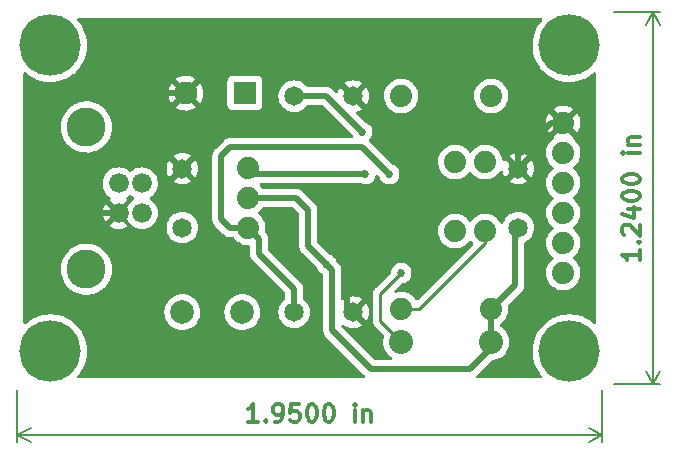
<source format=gbr>
%TF.GenerationSoftware,KiCad,Pcbnew,(6.0.7)*%
%TF.CreationDate,2022-09-29T14:27:19-05:00*%
%TF.ProjectId,usb2uart,75736232-7561-4727-942e-6b696361645f,2.0*%
%TF.SameCoordinates,Original*%
%TF.FileFunction,Copper,L2,Bot*%
%TF.FilePolarity,Positive*%
%FSLAX46Y46*%
G04 Gerber Fmt 4.6, Leading zero omitted, Abs format (unit mm)*
G04 Created by KiCad (PCBNEW (6.0.7)) date 2022-09-29 14:27:19*
%MOMM*%
%LPD*%
G01*
G04 APERTURE LIST*
%ADD10C,0.300000*%
%TA.AperFunction,NonConductor*%
%ADD11C,0.300000*%
%TD*%
%TA.AperFunction,NonConductor*%
%ADD12C,0.200000*%
%TD*%
%TA.AperFunction,ComponentPad*%
%ADD13C,1.651000*%
%TD*%
%TA.AperFunction,ComponentPad*%
%ADD14C,0.500000*%
%TD*%
%TA.AperFunction,ComponentPad*%
%ADD15C,5.200000*%
%TD*%
%TA.AperFunction,ComponentPad*%
%ADD16C,1.676400*%
%TD*%
%TA.AperFunction,ComponentPad*%
%ADD17C,3.302000*%
%TD*%
%TA.AperFunction,ComponentPad*%
%ADD18C,1.879600*%
%TD*%
%TA.AperFunction,ComponentPad*%
%ADD19C,2.032000*%
%TD*%
%TA.AperFunction,ComponentPad*%
%ADD20C,2.000000*%
%TD*%
%TA.AperFunction,ComponentPad*%
%ADD21R,1.930400X1.930400*%
%TD*%
%TA.AperFunction,ComponentPad*%
%ADD22C,1.930400*%
%TD*%
%TA.AperFunction,ViaPad*%
%ADD23C,0.685800*%
%TD*%
%TA.AperFunction,Conductor*%
%ADD24C,0.508000*%
%TD*%
%TA.AperFunction,Conductor*%
%ADD25C,0.254000*%
%TD*%
G04 APERTURE END LIST*
D10*
D11*
X154834571Y-141552857D02*
X154834571Y-142410000D01*
X154834571Y-141981428D02*
X153334571Y-141981428D01*
X153548857Y-142124285D01*
X153691714Y-142267142D01*
X153763142Y-142410000D01*
X154691714Y-140910000D02*
X154763142Y-140838571D01*
X154834571Y-140910000D01*
X154763142Y-140981428D01*
X154691714Y-140910000D01*
X154834571Y-140910000D01*
X153477428Y-140267142D02*
X153406000Y-140195714D01*
X153334571Y-140052857D01*
X153334571Y-139695714D01*
X153406000Y-139552857D01*
X153477428Y-139481428D01*
X153620285Y-139410000D01*
X153763142Y-139410000D01*
X153977428Y-139481428D01*
X154834571Y-140338571D01*
X154834571Y-139410000D01*
X153834571Y-138124285D02*
X154834571Y-138124285D01*
X153263142Y-138481428D02*
X154334571Y-138838571D01*
X154334571Y-137910000D01*
X153334571Y-137052857D02*
X153334571Y-136910000D01*
X153406000Y-136767142D01*
X153477428Y-136695714D01*
X153620285Y-136624285D01*
X153906000Y-136552857D01*
X154263142Y-136552857D01*
X154548857Y-136624285D01*
X154691714Y-136695714D01*
X154763142Y-136767142D01*
X154834571Y-136910000D01*
X154834571Y-137052857D01*
X154763142Y-137195714D01*
X154691714Y-137267142D01*
X154548857Y-137338571D01*
X154263142Y-137410000D01*
X153906000Y-137410000D01*
X153620285Y-137338571D01*
X153477428Y-137267142D01*
X153406000Y-137195714D01*
X153334571Y-137052857D01*
X153334571Y-135624285D02*
X153334571Y-135481428D01*
X153406000Y-135338571D01*
X153477428Y-135267142D01*
X153620285Y-135195714D01*
X153906000Y-135124285D01*
X154263142Y-135124285D01*
X154548857Y-135195714D01*
X154691714Y-135267142D01*
X154763142Y-135338571D01*
X154834571Y-135481428D01*
X154834571Y-135624285D01*
X154763142Y-135767142D01*
X154691714Y-135838571D01*
X154548857Y-135910000D01*
X154263142Y-135981428D01*
X153906000Y-135981428D01*
X153620285Y-135910000D01*
X153477428Y-135838571D01*
X153406000Y-135767142D01*
X153334571Y-135624285D01*
X154834571Y-133338571D02*
X153834571Y-133338571D01*
X153334571Y-133338571D02*
X153406000Y-133410000D01*
X153477428Y-133338571D01*
X153406000Y-133267142D01*
X153334571Y-133338571D01*
X153477428Y-133338571D01*
X153834571Y-132624285D02*
X154834571Y-132624285D01*
X153977428Y-132624285D02*
X153906000Y-132552857D01*
X153834571Y-132410000D01*
X153834571Y-132195714D01*
X153906000Y-132052857D01*
X154048857Y-131981428D01*
X154834571Y-131981428D01*
D12*
X152646000Y-152908000D02*
X156542420Y-152908000D01*
X152646000Y-121412000D02*
X156542420Y-121412000D01*
X155956000Y-152908000D02*
X155956000Y-121412000D01*
X155956000Y-152908000D02*
X155956000Y-121412000D01*
X155956000Y-152908000D02*
X156542421Y-151781496D01*
X155956000Y-152908000D02*
X155369579Y-151781496D01*
X155956000Y-121412000D02*
X155369579Y-122538504D01*
X155956000Y-121412000D02*
X156542421Y-122538504D01*
D10*
D11*
X122480142Y-156104571D02*
X121623000Y-156104571D01*
X122051571Y-156104571D02*
X122051571Y-154604571D01*
X121908714Y-154818857D01*
X121765857Y-154961714D01*
X121623000Y-155033142D01*
X123123000Y-155961714D02*
X123194428Y-156033142D01*
X123123000Y-156104571D01*
X123051571Y-156033142D01*
X123123000Y-155961714D01*
X123123000Y-156104571D01*
X123908714Y-156104571D02*
X124194428Y-156104571D01*
X124337285Y-156033142D01*
X124408714Y-155961714D01*
X124551571Y-155747428D01*
X124623000Y-155461714D01*
X124623000Y-154890285D01*
X124551571Y-154747428D01*
X124480142Y-154676000D01*
X124337285Y-154604571D01*
X124051571Y-154604571D01*
X123908714Y-154676000D01*
X123837285Y-154747428D01*
X123765857Y-154890285D01*
X123765857Y-155247428D01*
X123837285Y-155390285D01*
X123908714Y-155461714D01*
X124051571Y-155533142D01*
X124337285Y-155533142D01*
X124480142Y-155461714D01*
X124551571Y-155390285D01*
X124623000Y-155247428D01*
X125980142Y-154604571D02*
X125265857Y-154604571D01*
X125194428Y-155318857D01*
X125265857Y-155247428D01*
X125408714Y-155176000D01*
X125765857Y-155176000D01*
X125908714Y-155247428D01*
X125980142Y-155318857D01*
X126051571Y-155461714D01*
X126051571Y-155818857D01*
X125980142Y-155961714D01*
X125908714Y-156033142D01*
X125765857Y-156104571D01*
X125408714Y-156104571D01*
X125265857Y-156033142D01*
X125194428Y-155961714D01*
X126980142Y-154604571D02*
X127123000Y-154604571D01*
X127265857Y-154676000D01*
X127337285Y-154747428D01*
X127408714Y-154890285D01*
X127480142Y-155176000D01*
X127480142Y-155533142D01*
X127408714Y-155818857D01*
X127337285Y-155961714D01*
X127265857Y-156033142D01*
X127123000Y-156104571D01*
X126980142Y-156104571D01*
X126837285Y-156033142D01*
X126765857Y-155961714D01*
X126694428Y-155818857D01*
X126623000Y-155533142D01*
X126623000Y-155176000D01*
X126694428Y-154890285D01*
X126765857Y-154747428D01*
X126837285Y-154676000D01*
X126980142Y-154604571D01*
X128408714Y-154604571D02*
X128551571Y-154604571D01*
X128694428Y-154676000D01*
X128765857Y-154747428D01*
X128837285Y-154890285D01*
X128908714Y-155176000D01*
X128908714Y-155533142D01*
X128837285Y-155818857D01*
X128765857Y-155961714D01*
X128694428Y-156033142D01*
X128551571Y-156104571D01*
X128408714Y-156104571D01*
X128265857Y-156033142D01*
X128194428Y-155961714D01*
X128123000Y-155818857D01*
X128051571Y-155533142D01*
X128051571Y-155176000D01*
X128123000Y-154890285D01*
X128194428Y-154747428D01*
X128265857Y-154676000D01*
X128408714Y-154604571D01*
X130694428Y-156104571D02*
X130694428Y-155104571D01*
X130694428Y-154604571D02*
X130623000Y-154676000D01*
X130694428Y-154747428D01*
X130765857Y-154676000D01*
X130694428Y-154604571D01*
X130694428Y-154747428D01*
X131408714Y-155104571D02*
X131408714Y-156104571D01*
X131408714Y-155247428D02*
X131480142Y-155176000D01*
X131623000Y-155104571D01*
X131837285Y-155104571D01*
X131980142Y-155176000D01*
X132051571Y-155318857D01*
X132051571Y-156104571D01*
D12*
X102108000Y-153408000D02*
X102108000Y-157812420D01*
X151638000Y-153408000D02*
X151638000Y-157812420D01*
X102108000Y-157226000D02*
X151638000Y-157226000D01*
X102108000Y-157226000D02*
X151638000Y-157226000D01*
X102108000Y-157226000D02*
X103234504Y-157812421D01*
X102108000Y-157226000D02*
X103234504Y-156639579D01*
X151638000Y-157226000D02*
X150511496Y-156639579D01*
X151638000Y-157226000D02*
X150511496Y-157812421D01*
D13*
%TO.P,C3,1,1*%
%TO.N,/3V3OUT*%
X125557280Y-146812000D03*
%TO.P,C3,2,2*%
%TO.N,GND*%
X130556000Y-146812000D03*
%TD*%
D14*
%TO.P,H1,1*%
%TO.N,N/C*%
X150368000Y-151638000D03*
X150368000Y-148590000D03*
X146812000Y-150114000D03*
X147320000Y-151638000D03*
D15*
X148844000Y-150114000D03*
D14*
X148844000Y-148082000D03*
X147320000Y-148590000D03*
X148844000Y-152146000D03*
X150876000Y-150114000D03*
%TD*%
D13*
%TO.P,C4,1,1*%
%TO.N,Net-(C4-Pad1)*%
X116078000Y-139659360D03*
%TO.P,C4,2,2*%
%TO.N,GND*%
X116078000Y-134660640D03*
%TD*%
%TO.P,C1,1,1*%
%TO.N,/VCC*%
X125557280Y-128524000D03*
%TO.P,C1,2,2*%
%TO.N,GND*%
X130556000Y-128524000D03*
%TD*%
D14*
%TO.P,H4,1*%
%TO.N,N/C*%
X102870000Y-150114000D03*
X103378000Y-151638000D03*
X104902000Y-148082000D03*
X103378000Y-148590000D03*
X106934000Y-150114000D03*
X106426000Y-151638000D03*
X106426000Y-148590000D03*
D15*
X104902000Y-150114000D03*
D14*
X104902000Y-152146000D03*
%TD*%
D16*
%TO.P,J1,VBUS,VBUS*%
%TO.N,Net-(C4-Pad1)*%
X112659160Y-138409680D03*
D17*
%TO.P,J1,SHLD,SHIELD*%
%TO.N,Net-(J1-PadSHLD)*%
X107960160Y-143179800D03*
X107960160Y-131140200D03*
D16*
%TO.P,J1,GND,GND*%
%TO.N,GND*%
X110677960Y-138409680D03*
%TO.P,J1,D-,D-*%
%TO.N,Net-(U1-Pad16)*%
X112659160Y-135910320D03*
%TO.P,J1,D+,D+*%
%TO.N,Net-(U1-Pad15)*%
X110677960Y-135910320D03*
%TD*%
D18*
%TO.P,J3,1,1*%
%TO.N,GND*%
X148336000Y-130810000D03*
%TO.P,J3,2,2*%
%TO.N,/CTS*%
X148336000Y-133350000D03*
%TO.P,J3,3,3*%
%TO.N,VCCIO*%
X148336000Y-135890000D03*
%TO.P,J3,4,4*%
%TO.N,/TX*%
X148336000Y-138430000D03*
%TO.P,J3,5,5*%
%TO.N,/RX*%
X148336000Y-140970000D03*
%TO.P,J3,6,6*%
%TO.N,/RTS*%
X148336000Y-143510000D03*
%TD*%
%TO.P,R1,P$1,1*%
%TO.N,Net-(D1-PadA)*%
X134620000Y-128524000D03*
%TO.P,R1,P$2,2*%
%TO.N,VCCIO*%
X142240000Y-128524000D03*
%TD*%
D19*
%TO.P,R3,P$1,1*%
%TO.N,Net-(R3-PadP$1)*%
X134620000Y-149352000D03*
%TO.P,R3,P$2,2*%
%TO.N,VCCIO*%
X142240000Y-149352000D03*
%TD*%
D20*
%TO.P,FB1,1*%
%TO.N,Net-(C4-Pad1)*%
X116078000Y-146812000D03*
%TO.P,FB1,2*%
%TO.N,/VCC*%
X121158000Y-146812000D03*
%TD*%
D14*
%TO.P,H2,1*%
%TO.N,N/C*%
X150876000Y-124206000D03*
X148844000Y-126238000D03*
X148844000Y-122174000D03*
X150368000Y-125730000D03*
X150368000Y-122682000D03*
X146812000Y-124206000D03*
X147320000Y-122682000D03*
D15*
X148844000Y-124206000D03*
D14*
X147320000Y-125730000D03*
%TD*%
D18*
%TO.P,D2,A,A*%
%TO.N,Net-(D2-PadA)*%
X141732000Y-139954000D03*
%TO.P,D2,K,C*%
%TO.N,Net-(D2-PadK)*%
X139192000Y-139954000D03*
%TD*%
D13*
%TO.P,C2,1,1*%
%TO.N,VCCIO*%
X144526000Y-139659360D03*
%TO.P,C2,2,2*%
%TO.N,GND*%
X144526000Y-134660640D03*
%TD*%
D18*
%TO.P,J2,1,1*%
%TO.N,/3V3OUT*%
X121666000Y-139700000D03*
%TO.P,J2,2,2*%
%TO.N,VCCIO*%
X121666000Y-137160000D03*
%TO.P,J2,3,3*%
%TO.N,/VCC*%
X121666000Y-134620000D03*
%TD*%
%TO.P,R2,P$1,1*%
%TO.N,Net-(D2-PadA)*%
X134620000Y-146558000D03*
%TO.P,R2,P$2,2*%
%TO.N,VCCIO*%
X142240000Y-146558000D03*
%TD*%
D21*
%TO.P,C5,+,+*%
%TO.N,/VCC*%
X121371360Y-128270000D03*
D22*
%TO.P,C5,-,-*%
%TO.N,GND*%
X116372640Y-128270000D03*
%TD*%
D14*
%TO.P,H3,1*%
%TO.N,N/C*%
X106426000Y-122682000D03*
X104902000Y-126238000D03*
X104902000Y-122174000D03*
X102870000Y-124206000D03*
X103378000Y-122682000D03*
X103378000Y-125730000D03*
X106426000Y-125730000D03*
D15*
X104902000Y-124206000D03*
D14*
X106934000Y-124206000D03*
%TD*%
D18*
%TO.P,D1,A,A*%
%TO.N,Net-(D1-PadA)*%
X141732000Y-134112000D03*
%TO.P,D1,K,C*%
%TO.N,Net-(D1-PadK)*%
X139192000Y-134112000D03*
%TD*%
D23*
%TO.N,VCCIO*%
X128270000Y-142748000D03*
%TO.N,GND*%
X130810000Y-136398000D03*
X132842000Y-136398000D03*
X128778000Y-136398000D03*
X130556000Y-142494000D03*
%TO.N,Net-(R3-PadP$1)*%
X134620000Y-143510000D03*
%TO.N,/3V3OUT*%
X133604000Y-135128000D03*
%TO.N,/VCC*%
X131572000Y-135128000D03*
X131318000Y-131572000D03*
%TD*%
D24*
%TO.N,VCCIO*%
X126746000Y-138176000D02*
X126746000Y-141224000D01*
X128778000Y-148336000D02*
X128778000Y-143256000D01*
X142240000Y-149352000D02*
X142240000Y-146558000D01*
X142240000Y-149860000D02*
X140462000Y-151638000D01*
X128270000Y-142748000D02*
X126746000Y-141224000D01*
X140462000Y-151638000D02*
X132080000Y-151638000D01*
X144526000Y-139700000D02*
X144272000Y-139954000D01*
X142240000Y-149352000D02*
X142240000Y-149860000D01*
X144526000Y-139659360D02*
X144526000Y-139700000D01*
X121666000Y-137160000D02*
X125730000Y-137160000D01*
X125730000Y-137160000D02*
X126746000Y-138176000D01*
X132080000Y-151638000D02*
X128778000Y-148336000D01*
X144272000Y-139954000D02*
X144272000Y-144526000D01*
X128778000Y-143256000D02*
X128270000Y-142748000D01*
X144272000Y-144526000D02*
X142240000Y-146558000D01*
%TO.N,GND*%
X130048000Y-143002000D02*
X132842000Y-140208000D01*
X142788640Y-136398000D02*
X144526000Y-134660640D01*
X112014000Y-130810000D02*
X114554000Y-128270000D01*
X110677960Y-138409680D02*
X108945680Y-138409680D01*
X116078000Y-134660640D02*
X112227360Y-130810000D01*
X144526000Y-133350000D02*
X144526000Y-134660640D01*
X114554000Y-128270000D02*
X116372640Y-128270000D01*
X116372640Y-128270000D02*
X118150640Y-126492000D01*
X107950000Y-137414000D02*
X107950000Y-134874000D01*
X132842000Y-136398000D02*
X128778000Y-136398000D01*
X118150640Y-126492000D02*
X128524000Y-126492000D01*
X147320000Y-130810000D02*
X148336000Y-130810000D01*
X130048000Y-146304000D02*
X130048000Y-143002000D01*
X108945680Y-138409680D02*
X107950000Y-137414000D01*
X144780000Y-133350000D02*
X147320000Y-130810000D01*
X128524000Y-126492000D02*
X130556000Y-128524000D01*
X141732000Y-130556000D02*
X144526000Y-133350000D01*
X130556000Y-128524000D02*
X132588000Y-130556000D01*
X132842000Y-140208000D02*
X132842000Y-136398000D01*
X132588000Y-130556000D02*
X141732000Y-130556000D01*
X112227360Y-130810000D02*
X112014000Y-130810000D01*
X144526000Y-133350000D02*
X144780000Y-133350000D01*
X107950000Y-134874000D02*
X112014000Y-130810000D01*
X130556000Y-146812000D02*
X130048000Y-146304000D01*
X132842000Y-136398000D02*
X142788640Y-136398000D01*
D25*
%TO.N,Net-(R3-PadP$1)*%
X132842000Y-145288000D02*
X134620000Y-143510000D01*
X132842000Y-147574000D02*
X132842000Y-145288000D01*
X134620000Y-149352000D02*
X132842000Y-147574000D01*
D24*
%TO.N,/3V3OUT*%
X123698000Y-143002000D02*
X122555000Y-141859000D01*
X119380000Y-138938000D02*
X120142000Y-139700000D01*
X119380000Y-133604000D02*
X119380000Y-138938000D01*
X133604000Y-135128000D02*
X131318000Y-132842000D01*
X125557280Y-144861280D02*
X123698000Y-143002000D01*
X122555000Y-140589000D02*
X122555000Y-141859000D01*
X131318000Y-132842000D02*
X120142000Y-132842000D01*
X121666000Y-139700000D02*
X122555000Y-140589000D01*
X120142000Y-139700000D02*
X121666000Y-139700000D01*
X125557280Y-146812000D02*
X125557280Y-144861280D01*
X120142000Y-132842000D02*
X119380000Y-133604000D01*
%TO.N,/VCC*%
X128270000Y-128524000D02*
X125557280Y-128524000D01*
X131572000Y-135128000D02*
X122174000Y-135128000D01*
X122174000Y-135128000D02*
X121666000Y-134620000D01*
X131318000Y-131572000D02*
X128270000Y-128524000D01*
D25*
%TO.N,Net-(D2-PadA)*%
X141732000Y-140970000D02*
X141732000Y-139954000D01*
X134620000Y-146558000D02*
X136144000Y-146558000D01*
X136144000Y-146558000D02*
X141732000Y-140970000D01*
%TD*%
%TA.AperFunction,Conductor*%
%TO.N,GND*%
G36*
X146503868Y-121940502D02*
G01*
X146550361Y-121994158D01*
X146560465Y-122064432D01*
X146528792Y-122131462D01*
X146431289Y-122238241D01*
X146226982Y-122519447D01*
X146055293Y-122821674D01*
X145918363Y-123141155D01*
X145817899Y-123473909D01*
X145755152Y-123815788D01*
X145754906Y-123819304D01*
X145754906Y-123819305D01*
X145751888Y-123862462D01*
X145730905Y-124162530D01*
X145745461Y-124509814D01*
X145798637Y-124853312D01*
X145889771Y-125188741D01*
X146017727Y-125511921D01*
X146180911Y-125818824D01*
X146182896Y-125821723D01*
X146375296Y-126102718D01*
X146375301Y-126102724D01*
X146377287Y-126105625D01*
X146604409Y-126368748D01*
X146859445Y-126604914D01*
X146862267Y-126606995D01*
X146862270Y-126606997D01*
X146956740Y-126676646D01*
X147139218Y-126811180D01*
X147142255Y-126812934D01*
X147142259Y-126812936D01*
X147258909Y-126880284D01*
X147440239Y-126984975D01*
X147525492Y-127022221D01*
X147755535Y-127122725D01*
X147755538Y-127122726D01*
X147758756Y-127124132D01*
X147762113Y-127125171D01*
X147762118Y-127125173D01*
X148087441Y-127225877D01*
X148090801Y-127226917D01*
X148094257Y-127227576D01*
X148094256Y-127227576D01*
X148428782Y-127291390D01*
X148428787Y-127291391D01*
X148432233Y-127292048D01*
X148622742Y-127306707D01*
X148775301Y-127318446D01*
X148775302Y-127318446D01*
X148778798Y-127318715D01*
X148998260Y-127311051D01*
X149122660Y-127306707D01*
X149122664Y-127306707D01*
X149126175Y-127306584D01*
X149188621Y-127297363D01*
X149466544Y-127256324D01*
X149466550Y-127256323D01*
X149470036Y-127255808D01*
X149473440Y-127254909D01*
X149473443Y-127254908D01*
X149802685Y-127167918D01*
X149802694Y-127167915D01*
X149806093Y-127167017D01*
X149954335Y-127109518D01*
X150126878Y-127042594D01*
X150126884Y-127042591D01*
X150130159Y-127041321D01*
X150133266Y-127039697D01*
X150133272Y-127039694D01*
X150435085Y-126881909D01*
X150435087Y-126881908D01*
X150438193Y-126880284D01*
X150441105Y-126878320D01*
X150723443Y-126687882D01*
X150723453Y-126687875D01*
X150726358Y-126685915D01*
X150729036Y-126683636D01*
X150921837Y-126519549D01*
X150986677Y-126490631D01*
X151056858Y-126501359D01*
X151110099Y-126548327D01*
X151129500Y-126615503D01*
X151129500Y-147705916D01*
X151109498Y-147774037D01*
X151055842Y-147820530D01*
X150985568Y-147830634D01*
X150919190Y-147799552D01*
X150870276Y-147755509D01*
X150845609Y-147733299D01*
X150797485Y-147689968D01*
X150797482Y-147689966D01*
X150794867Y-147687611D01*
X150792017Y-147685570D01*
X150792010Y-147685565D01*
X150515096Y-147487314D01*
X150515093Y-147487312D01*
X150512242Y-147485271D01*
X150208824Y-147315696D01*
X149888394Y-147181000D01*
X149885025Y-147180009D01*
X149885021Y-147180007D01*
X149733839Y-147135512D01*
X149554947Y-147082861D01*
X149212639Y-147022503D01*
X149209130Y-147022282D01*
X149209128Y-147022282D01*
X148869253Y-147000899D01*
X148869247Y-147000899D01*
X148865735Y-147000678D01*
X148768057Y-147005455D01*
X148522068Y-147017486D01*
X148522060Y-147017487D01*
X148518561Y-147017658D01*
X148515093Y-147018220D01*
X148515090Y-147018220D01*
X148178918Y-147072667D01*
X148178915Y-147072668D01*
X148175443Y-147073230D01*
X148172056Y-147074176D01*
X148172050Y-147074177D01*
X147983535Y-147126812D01*
X147840659Y-147166704D01*
X147737317Y-147208457D01*
X147521644Y-147295594D01*
X147521640Y-147295596D01*
X147518380Y-147296913D01*
X147515293Y-147298582D01*
X147515289Y-147298584D01*
X147480462Y-147317415D01*
X147212623Y-147462235D01*
X146927201Y-147660609D01*
X146924559Y-147662922D01*
X146924555Y-147662925D01*
X146767495Y-147800421D01*
X146665670Y-147889562D01*
X146663295Y-147892163D01*
X146457026Y-148118056D01*
X146431289Y-148146241D01*
X146226982Y-148427447D01*
X146225240Y-148430513D01*
X146225239Y-148430515D01*
X146212380Y-148453151D01*
X146055293Y-148729674D01*
X145918363Y-149049155D01*
X145879467Y-149177987D01*
X145825441Y-149356930D01*
X145817899Y-149381909D01*
X145755152Y-149723788D01*
X145754906Y-149727304D01*
X145754906Y-149727305D01*
X145751888Y-149770462D01*
X145730905Y-150070530D01*
X145745461Y-150417814D01*
X145745999Y-150421288D01*
X145791690Y-150716434D01*
X145798637Y-150761312D01*
X145799559Y-150764704D01*
X145799559Y-150764706D01*
X145817287Y-150829954D01*
X145889771Y-151096741D01*
X146017727Y-151419921D01*
X146180911Y-151726824D01*
X146182896Y-151729723D01*
X146375296Y-152010718D01*
X146375301Y-152010724D01*
X146377287Y-152013625D01*
X146379590Y-152016293D01*
X146530539Y-152191169D01*
X146559909Y-152255806D01*
X146549672Y-152326060D01*
X146503077Y-152379627D01*
X146435158Y-152399500D01*
X141083894Y-152399500D01*
X141015773Y-152379498D01*
X140969280Y-152325842D01*
X140959176Y-152255568D01*
X140992421Y-152186847D01*
X141007988Y-152170414D01*
X141010366Y-152167972D01*
X142269134Y-150909204D01*
X142331446Y-150875178D01*
X142348343Y-150872687D01*
X142479222Y-150862387D01*
X142484029Y-150861233D01*
X142484035Y-150861232D01*
X142630963Y-150825957D01*
X142712553Y-150806369D01*
X142717126Y-150804475D01*
X142929677Y-150716434D01*
X142929679Y-150716433D01*
X142934249Y-150714540D01*
X143138849Y-150589160D01*
X143321318Y-150433318D01*
X143477160Y-150250849D01*
X143602540Y-150046249D01*
X143694369Y-149824553D01*
X143719393Y-149720322D01*
X143749232Y-149596035D01*
X143749233Y-149596029D01*
X143750387Y-149591222D01*
X143769214Y-149352000D01*
X143750387Y-149112778D01*
X143749233Y-149107971D01*
X143749232Y-149107965D01*
X143695524Y-148884259D01*
X143694369Y-148879447D01*
X143671760Y-148824864D01*
X143604434Y-148662323D01*
X143604433Y-148662321D01*
X143602540Y-148657751D01*
X143477160Y-148453151D01*
X143321318Y-148270682D01*
X143138849Y-148114840D01*
X143134634Y-148112257D01*
X143134623Y-148112249D01*
X143062665Y-148068153D01*
X143015034Y-148015506D01*
X143002500Y-147960721D01*
X143002500Y-147858088D01*
X143022502Y-147789967D01*
X143055331Y-147755510D01*
X143178020Y-147667997D01*
X143346716Y-147499889D01*
X143350244Y-147494980D01*
X143409939Y-147411905D01*
X143485690Y-147306486D01*
X143489596Y-147298584D01*
X143588917Y-147097624D01*
X143588918Y-147097622D01*
X143591211Y-147092982D01*
X143660443Y-146865111D01*
X143666174Y-146821580D01*
X143691092Y-146632313D01*
X143691092Y-146632309D01*
X143691529Y-146628992D01*
X143692603Y-146585036D01*
X143693182Y-146561365D01*
X143693182Y-146561361D01*
X143693264Y-146558000D01*
X143673750Y-146320644D01*
X143672490Y-146315629D01*
X143672489Y-146315621D01*
X143667452Y-146295571D01*
X143670254Y-146224630D01*
X143700560Y-146175778D01*
X144763528Y-145112810D01*
X144777941Y-145100423D01*
X144789665Y-145091795D01*
X144795564Y-145087454D01*
X144829979Y-145046945D01*
X144836909Y-145039429D01*
X144842653Y-145033685D01*
X144844927Y-145030811D01*
X144844933Y-145030804D01*
X144860372Y-145011289D01*
X144863163Y-145007885D01*
X144905945Y-144957528D01*
X144905948Y-144957524D01*
X144910684Y-144951949D01*
X144914012Y-144945432D01*
X144917389Y-144940368D01*
X144920616Y-144935144D01*
X144925160Y-144929400D01*
X144941094Y-144895307D01*
X144956232Y-144862918D01*
X144958163Y-144858967D01*
X144981575Y-144813117D01*
X144991543Y-144793596D01*
X144993284Y-144786481D01*
X144995421Y-144780735D01*
X144997345Y-144774952D01*
X145000444Y-144768321D01*
X145015394Y-144696443D01*
X145016363Y-144692162D01*
X145032470Y-144626339D01*
X145033804Y-144620888D01*
X145034500Y-144609670D01*
X145034539Y-144609672D01*
X145034772Y-144605771D01*
X145035161Y-144601412D01*
X145036652Y-144594244D01*
X145034546Y-144516423D01*
X145034500Y-144513014D01*
X145034500Y-143474494D01*
X146883170Y-143474494D01*
X146883467Y-143479646D01*
X146883467Y-143479650D01*
X146889502Y-143584313D01*
X146896879Y-143712255D01*
X146898016Y-143717301D01*
X146898017Y-143717307D01*
X146929770Y-143858203D01*
X146949237Y-143944585D01*
X146951179Y-143949367D01*
X146951180Y-143949371D01*
X147032680Y-144150082D01*
X147038837Y-144165244D01*
X147163274Y-144368306D01*
X147319204Y-144548317D01*
X147413182Y-144626339D01*
X147495042Y-144694300D01*
X147502442Y-144700444D01*
X147506894Y-144703046D01*
X147506899Y-144703049D01*
X147695258Y-144813117D01*
X147708065Y-144820601D01*
X147930552Y-144905560D01*
X147935618Y-144906591D01*
X147935619Y-144906591D01*
X147950930Y-144909706D01*
X148163928Y-144953041D01*
X148298121Y-144957962D01*
X148396760Y-144961579D01*
X148396764Y-144961579D01*
X148401924Y-144961768D01*
X148407044Y-144961112D01*
X148407046Y-144961112D01*
X148633023Y-144932164D01*
X148633024Y-144932164D01*
X148638151Y-144931507D01*
X148647654Y-144928656D01*
X148861316Y-144864554D01*
X148861317Y-144864553D01*
X148866262Y-144863070D01*
X149080133Y-144758295D01*
X149084336Y-144755297D01*
X149084341Y-144755294D01*
X149269816Y-144622996D01*
X149269818Y-144622994D01*
X149274020Y-144619997D01*
X149442716Y-144451889D01*
X149581690Y-144258486D01*
X149605574Y-144210162D01*
X149684917Y-144049624D01*
X149684918Y-144049622D01*
X149687211Y-144044982D01*
X149756443Y-143817111D01*
X149766592Y-143740026D01*
X149787092Y-143584313D01*
X149787092Y-143584309D01*
X149787529Y-143580992D01*
X149788693Y-143533382D01*
X149789182Y-143513365D01*
X149789182Y-143513361D01*
X149789264Y-143510000D01*
X149769750Y-143272644D01*
X149711731Y-143041663D01*
X149645923Y-142890314D01*
X149618827Y-142827996D01*
X149618825Y-142827993D01*
X149616767Y-142823259D01*
X149599694Y-142796867D01*
X149533429Y-142694438D01*
X149487406Y-142623298D01*
X149460450Y-142593673D01*
X149373512Y-142498130D01*
X149327124Y-142447150D01*
X149323073Y-142443951D01*
X149323069Y-142443947D01*
X149205927Y-142351435D01*
X149189347Y-142338341D01*
X149148285Y-142280425D01*
X149145053Y-142209502D01*
X149180678Y-142148091D01*
X149194271Y-142136882D01*
X149269814Y-142082998D01*
X149269821Y-142082992D01*
X149274020Y-142079997D01*
X149442716Y-141911889D01*
X149581690Y-141718486D01*
X149593011Y-141695581D01*
X149684917Y-141509624D01*
X149684918Y-141509622D01*
X149687211Y-141504982D01*
X149750435Y-141296887D01*
X149754941Y-141282055D01*
X149754941Y-141282054D01*
X149756443Y-141277111D01*
X149757118Y-141271985D01*
X149787092Y-141044313D01*
X149787092Y-141044309D01*
X149787529Y-141040992D01*
X149788016Y-141021067D01*
X149789182Y-140973365D01*
X149789182Y-140973361D01*
X149789264Y-140970000D01*
X149769750Y-140732644D01*
X149718703Y-140529421D01*
X149712990Y-140506675D01*
X149712990Y-140506674D01*
X149711731Y-140501663D01*
X149642022Y-140341341D01*
X149618827Y-140287996D01*
X149618825Y-140287993D01*
X149616767Y-140283259D01*
X149607818Y-140269425D01*
X149509440Y-140117358D01*
X149487406Y-140083298D01*
X149327124Y-139907150D01*
X149323073Y-139903951D01*
X149323069Y-139903947D01*
X149189348Y-139798342D01*
X149148285Y-139740425D01*
X149145053Y-139669502D01*
X149180678Y-139608091D01*
X149194271Y-139596882D01*
X149269814Y-139542998D01*
X149269821Y-139542992D01*
X149274020Y-139539997D01*
X149442716Y-139371889D01*
X149462072Y-139344953D01*
X149512972Y-139274117D01*
X149581690Y-139178486D01*
X149613924Y-139113267D01*
X149684917Y-138969624D01*
X149684918Y-138969622D01*
X149687211Y-138964982D01*
X149756443Y-138737111D01*
X149757118Y-138731985D01*
X149787092Y-138504313D01*
X149787092Y-138504309D01*
X149787529Y-138500992D01*
X149789264Y-138430000D01*
X149769750Y-138192644D01*
X149711731Y-137961663D01*
X149616767Y-137743259D01*
X149599694Y-137716867D01*
X149490216Y-137547642D01*
X149487406Y-137543298D01*
X149327124Y-137367150D01*
X149323073Y-137363951D01*
X149323069Y-137363947D01*
X149189348Y-137258342D01*
X149148285Y-137200425D01*
X149145053Y-137129502D01*
X149180678Y-137068091D01*
X149194271Y-137056882D01*
X149269814Y-137002998D01*
X149269821Y-137002992D01*
X149274020Y-136999997D01*
X149442716Y-136831889D01*
X149581690Y-136638486D01*
X149585048Y-136631693D01*
X149684917Y-136429624D01*
X149684918Y-136429622D01*
X149687211Y-136424982D01*
X149756443Y-136197111D01*
X149770928Y-136087086D01*
X149787092Y-135964313D01*
X149787092Y-135964309D01*
X149787529Y-135960992D01*
X149788722Y-135912187D01*
X149789182Y-135893365D01*
X149789182Y-135893361D01*
X149789264Y-135890000D01*
X149769750Y-135652644D01*
X149711731Y-135421663D01*
X149656363Y-135294324D01*
X149618827Y-135207996D01*
X149618825Y-135207993D01*
X149616767Y-135203259D01*
X149610413Y-135193436D01*
X149517420Y-135049692D01*
X149487406Y-135003298D01*
X149481128Y-134996398D01*
X149391955Y-134898399D01*
X149327124Y-134827150D01*
X149323073Y-134823951D01*
X149323069Y-134823947D01*
X149216252Y-134739589D01*
X149189347Y-134718341D01*
X149148285Y-134660425D01*
X149145053Y-134589502D01*
X149180678Y-134528091D01*
X149194271Y-134516882D01*
X149269814Y-134462998D01*
X149269821Y-134462992D01*
X149274020Y-134459997D01*
X149442716Y-134291889D01*
X149581690Y-134098486D01*
X149627774Y-134005244D01*
X149684917Y-133889624D01*
X149684918Y-133889622D01*
X149687211Y-133884982D01*
X149756443Y-133657111D01*
X149757554Y-133648675D01*
X149787092Y-133424313D01*
X149787092Y-133424309D01*
X149787529Y-133420992D01*
X149787838Y-133408336D01*
X149789182Y-133353365D01*
X149789182Y-133353361D01*
X149789264Y-133350000D01*
X149769750Y-133112644D01*
X149711731Y-132881663D01*
X149635764Y-132706950D01*
X149618827Y-132667996D01*
X149618825Y-132667993D01*
X149616767Y-132663259D01*
X149599694Y-132636867D01*
X149503307Y-132487877D01*
X149487406Y-132463298D01*
X149327124Y-132287150D01*
X149323073Y-132283951D01*
X149323069Y-132283947D01*
X149180932Y-132171695D01*
X149139869Y-132113778D01*
X149136637Y-132042855D01*
X149158406Y-131998113D01*
X149151045Y-131984256D01*
X148348811Y-131182021D01*
X148334868Y-131174408D01*
X148333034Y-131174539D01*
X148326420Y-131178790D01*
X147517083Y-131988128D01*
X147510326Y-132000503D01*
X147510760Y-132001083D01*
X147535572Y-132067603D01*
X147520481Y-132136977D01*
X147485546Y-132177353D01*
X147375275Y-132260147D01*
X147371140Y-132263252D01*
X147206602Y-132435431D01*
X147072394Y-132632172D01*
X146972122Y-132848191D01*
X146908477Y-133077685D01*
X146907928Y-133082819D01*
X146907928Y-133082821D01*
X146904093Y-133118711D01*
X146883170Y-133314494D01*
X146883467Y-133319646D01*
X146883467Y-133319650D01*
X146890282Y-133437838D01*
X146896879Y-133552255D01*
X146898016Y-133557301D01*
X146898017Y-133557307D01*
X146921769Y-133662699D01*
X146949237Y-133784585D01*
X146951179Y-133789367D01*
X146951180Y-133789371D01*
X147016431Y-133950065D01*
X147038837Y-134005244D01*
X147041536Y-134009648D01*
X147156856Y-134197832D01*
X147163274Y-134208306D01*
X147319204Y-134388317D01*
X147401154Y-134456353D01*
X147483560Y-134524768D01*
X147523195Y-134583671D01*
X147524693Y-134654651D01*
X147487578Y-134715174D01*
X147478728Y-134722472D01*
X147410001Y-134774074D01*
X147371140Y-134803252D01*
X147363307Y-134811449D01*
X147211500Y-134970306D01*
X147206602Y-134975431D01*
X147203688Y-134979703D01*
X147203687Y-134979704D01*
X147164278Y-135037476D01*
X147072394Y-135172172D01*
X147070215Y-135176867D01*
X147001475Y-135324956D01*
X146972122Y-135388191D01*
X146908477Y-135617685D01*
X146907928Y-135622819D01*
X146907928Y-135622821D01*
X146904135Y-135658317D01*
X146883170Y-135854494D01*
X146883467Y-135859646D01*
X146883467Y-135859650D01*
X146890372Y-135979400D01*
X146896879Y-136092255D01*
X146898016Y-136097301D01*
X146898017Y-136097307D01*
X146930557Y-136241694D01*
X146949237Y-136324585D01*
X146951179Y-136329367D01*
X146951180Y-136329371D01*
X147029121Y-136521316D01*
X147038837Y-136545244D01*
X147163274Y-136748306D01*
X147319204Y-136928317D01*
X147401154Y-136996353D01*
X147483560Y-137064768D01*
X147523195Y-137123671D01*
X147524693Y-137194651D01*
X147487578Y-137255174D01*
X147478728Y-137262472D01*
X147418144Y-137307960D01*
X147371140Y-137343252D01*
X147206602Y-137515431D01*
X147203688Y-137519703D01*
X147203687Y-137519704D01*
X147184629Y-137547642D01*
X147072394Y-137712172D01*
X147041817Y-137778045D01*
X146974764Y-137922500D01*
X146972122Y-137928191D01*
X146908477Y-138157685D01*
X146907928Y-138162819D01*
X146907928Y-138162821D01*
X146904135Y-138198317D01*
X146883170Y-138394494D01*
X146883467Y-138399646D01*
X146883467Y-138399650D01*
X146891126Y-138532472D01*
X146896879Y-138632255D01*
X146898016Y-138637301D01*
X146898017Y-138637307D01*
X146928843Y-138774088D01*
X146949237Y-138864585D01*
X146951179Y-138869367D01*
X146951180Y-138869371D01*
X147018717Y-139035694D01*
X147038837Y-139085244D01*
X147163274Y-139288306D01*
X147319204Y-139468317D01*
X147399041Y-139534599D01*
X147483560Y-139604768D01*
X147523195Y-139663671D01*
X147524693Y-139734651D01*
X147487578Y-139795174D01*
X147478728Y-139802472D01*
X147375275Y-139880147D01*
X147371140Y-139883252D01*
X147206602Y-140055431D01*
X147203688Y-140059703D01*
X147203687Y-140059704D01*
X147161047Y-140122212D01*
X147072394Y-140252172D01*
X147032237Y-140338684D01*
X146974764Y-140462500D01*
X146972122Y-140468191D01*
X146908477Y-140697685D01*
X146907928Y-140702819D01*
X146907928Y-140702821D01*
X146904135Y-140738317D01*
X146883170Y-140934494D01*
X146883467Y-140939646D01*
X146883467Y-140939650D01*
X146890637Y-141063997D01*
X146896879Y-141172255D01*
X146898016Y-141177301D01*
X146898017Y-141177307D01*
X146927261Y-141307070D01*
X146949237Y-141404585D01*
X146951179Y-141409367D01*
X146951180Y-141409371D01*
X147030640Y-141605057D01*
X147038837Y-141625244D01*
X147163274Y-141828306D01*
X147319204Y-142008317D01*
X147384244Y-142062314D01*
X147483560Y-142144768D01*
X147523195Y-142203671D01*
X147524693Y-142274651D01*
X147487578Y-142335174D01*
X147478728Y-142342472D01*
X147410001Y-142394074D01*
X147371140Y-142423252D01*
X147206602Y-142595431D01*
X147072394Y-142792172D01*
X146972122Y-143008191D01*
X146908477Y-143237685D01*
X146907928Y-143242819D01*
X146907928Y-143242821D01*
X146903657Y-143282792D01*
X146883170Y-143474494D01*
X145034500Y-143474494D01*
X145034500Y-140974420D01*
X145054502Y-140906299D01*
X145107250Y-140860225D01*
X145190561Y-140821377D01*
X145190566Y-140821374D01*
X145195548Y-140819051D01*
X145201608Y-140814808D01*
X145382243Y-140688326D01*
X145382246Y-140688324D01*
X145386754Y-140685167D01*
X145551807Y-140520114D01*
X145557674Y-140511736D01*
X145682534Y-140333417D01*
X145682535Y-140333415D01*
X145685691Y-140328908D01*
X145688015Y-140323924D01*
X145688017Y-140323921D01*
X145782016Y-140122340D01*
X145782017Y-140122338D01*
X145784339Y-140117358D01*
X145789911Y-140096565D01*
X145843328Y-139897207D01*
X145843328Y-139897205D01*
X145844752Y-139891892D01*
X145865096Y-139659360D01*
X145844752Y-139426828D01*
X145840131Y-139409581D01*
X145785762Y-139206672D01*
X145785761Y-139206670D01*
X145784339Y-139201362D01*
X145773672Y-139178486D01*
X145688017Y-138994799D01*
X145688014Y-138994794D01*
X145685691Y-138989812D01*
X145668305Y-138964982D01*
X145554966Y-138803117D01*
X145554964Y-138803114D01*
X145551807Y-138798606D01*
X145386754Y-138633553D01*
X145382246Y-138630396D01*
X145382243Y-138630394D01*
X145200057Y-138502826D01*
X145200055Y-138502825D01*
X145195548Y-138499669D01*
X145190566Y-138497346D01*
X145190561Y-138497343D01*
X144988980Y-138403344D01*
X144988978Y-138403343D01*
X144983998Y-138401021D01*
X144978690Y-138399599D01*
X144978688Y-138399598D01*
X144763847Y-138342032D01*
X144763845Y-138342032D01*
X144758532Y-138340608D01*
X144526000Y-138320264D01*
X144293468Y-138340608D01*
X144288155Y-138342032D01*
X144288153Y-138342032D01*
X144073312Y-138399598D01*
X144073310Y-138399599D01*
X144068002Y-138401021D01*
X144063022Y-138403343D01*
X144063020Y-138403344D01*
X143861439Y-138497343D01*
X143861434Y-138497346D01*
X143856452Y-138499669D01*
X143851945Y-138502825D01*
X143851943Y-138502826D01*
X143669757Y-138630394D01*
X143669754Y-138630396D01*
X143665246Y-138633553D01*
X143500193Y-138798606D01*
X143497036Y-138803114D01*
X143497034Y-138803117D01*
X143383695Y-138964982D01*
X143366309Y-138989812D01*
X143363986Y-138994794D01*
X143363983Y-138994799D01*
X143278328Y-139178486D01*
X143267661Y-139201362D01*
X143266240Y-139206667D01*
X143266237Y-139206674D01*
X143252935Y-139256321D01*
X143215984Y-139316944D01*
X143152124Y-139347966D01*
X143081629Y-139339538D01*
X143026882Y-139294336D01*
X143015681Y-139273959D01*
X143014830Y-139272002D01*
X143014826Y-139271995D01*
X143012767Y-139267259D01*
X142995694Y-139240867D01*
X142933365Y-139144522D01*
X142883406Y-139067298D01*
X142723124Y-138891150D01*
X142719073Y-138887951D01*
X142719069Y-138887947D01*
X142540278Y-138746747D01*
X142540273Y-138746744D01*
X142536224Y-138743546D01*
X142531708Y-138741053D01*
X142531705Y-138741051D01*
X142332250Y-138630946D01*
X142332246Y-138630944D01*
X142327726Y-138628449D01*
X142322857Y-138626725D01*
X142322853Y-138626723D01*
X142108105Y-138550676D01*
X142108101Y-138550675D01*
X142103230Y-138548950D01*
X142098140Y-138548043D01*
X142098135Y-138548042D01*
X141969750Y-138525174D01*
X141868764Y-138507186D01*
X141779637Y-138506097D01*
X141635795Y-138504339D01*
X141635793Y-138504339D01*
X141630625Y-138504276D01*
X141395209Y-138540300D01*
X141168838Y-138614289D01*
X140957590Y-138724258D01*
X140953457Y-138727361D01*
X140953454Y-138727363D01*
X140789807Y-138850233D01*
X140767140Y-138867252D01*
X140754809Y-138880156D01*
X140625697Y-139015264D01*
X140602602Y-139039431D01*
X140571106Y-139085602D01*
X140567186Y-139091349D01*
X140512274Y-139136351D01*
X140441749Y-139144522D01*
X140378002Y-139113267D01*
X140357306Y-139088784D01*
X140346217Y-139071642D01*
X140346212Y-139071636D01*
X140343406Y-139067298D01*
X140183124Y-138891150D01*
X140179073Y-138887951D01*
X140179069Y-138887947D01*
X140000278Y-138746747D01*
X140000273Y-138746744D01*
X139996224Y-138743546D01*
X139991708Y-138741053D01*
X139991705Y-138741051D01*
X139792250Y-138630946D01*
X139792246Y-138630944D01*
X139787726Y-138628449D01*
X139782857Y-138626725D01*
X139782853Y-138626723D01*
X139568105Y-138550676D01*
X139568101Y-138550675D01*
X139563230Y-138548950D01*
X139558140Y-138548043D01*
X139558135Y-138548042D01*
X139429750Y-138525174D01*
X139328764Y-138507186D01*
X139239637Y-138506097D01*
X139095795Y-138504339D01*
X139095793Y-138504339D01*
X139090625Y-138504276D01*
X138855209Y-138540300D01*
X138628838Y-138614289D01*
X138417590Y-138724258D01*
X138413457Y-138727361D01*
X138413454Y-138727363D01*
X138249807Y-138850233D01*
X138227140Y-138867252D01*
X138214809Y-138880156D01*
X138085697Y-139015264D01*
X138062602Y-139039431D01*
X138059691Y-139043699D01*
X138059687Y-139043704D01*
X138028346Y-139089648D01*
X137928394Y-139236172D01*
X137890901Y-139316944D01*
X137838221Y-139430435D01*
X137828122Y-139452191D01*
X137764477Y-139681685D01*
X137739170Y-139918494D01*
X137739467Y-139923646D01*
X137739467Y-139923650D01*
X137745827Y-140033951D01*
X137752879Y-140156255D01*
X137754016Y-140161301D01*
X137754017Y-140161307D01*
X137779952Y-140276386D01*
X137805237Y-140388585D01*
X137807179Y-140393367D01*
X137807180Y-140393371D01*
X137873913Y-140557715D01*
X137894837Y-140609244D01*
X138019274Y-140812306D01*
X138175204Y-140992317D01*
X138358442Y-141144444D01*
X138362894Y-141147046D01*
X138362899Y-141147049D01*
X138559607Y-141261996D01*
X138564065Y-141264601D01*
X138786552Y-141349560D01*
X138791618Y-141350591D01*
X138791619Y-141350591D01*
X138845956Y-141361646D01*
X139019928Y-141397041D01*
X139154121Y-141401962D01*
X139252760Y-141405579D01*
X139252764Y-141405579D01*
X139257924Y-141405768D01*
X139263044Y-141405112D01*
X139263046Y-141405112D01*
X139489023Y-141376164D01*
X139489024Y-141376164D01*
X139494151Y-141375507D01*
X139577200Y-141350591D01*
X139717316Y-141308554D01*
X139717317Y-141308553D01*
X139722262Y-141307070D01*
X139936133Y-141202295D01*
X139940336Y-141199297D01*
X139940341Y-141199294D01*
X140125816Y-141066996D01*
X140125818Y-141066994D01*
X140130020Y-141063997D01*
X140298716Y-140895889D01*
X140356979Y-140814807D01*
X140412972Y-140771160D01*
X140483676Y-140764714D01*
X140546640Y-140797516D01*
X140558582Y-140811176D01*
X140559274Y-140812306D01*
X140562655Y-140816209D01*
X140562660Y-140816216D01*
X140682850Y-140954967D01*
X140712333Y-141019552D01*
X140702218Y-141089824D01*
X140676708Y-141126559D01*
X136023259Y-145780008D01*
X135960947Y-145814034D01*
X135890132Y-145808969D01*
X135833296Y-145766422D01*
X135828372Y-145759354D01*
X135801228Y-145717395D01*
X135771406Y-145671298D01*
X135752410Y-145650421D01*
X135663499Y-145552710D01*
X135611124Y-145495150D01*
X135607073Y-145491951D01*
X135607069Y-145491947D01*
X135428278Y-145350747D01*
X135428273Y-145350744D01*
X135424224Y-145347546D01*
X135419708Y-145345053D01*
X135419705Y-145345051D01*
X135220250Y-145234946D01*
X135220246Y-145234944D01*
X135215726Y-145232449D01*
X135210857Y-145230725D01*
X135210853Y-145230723D01*
X134996105Y-145154676D01*
X134996101Y-145154675D01*
X134991230Y-145152950D01*
X134986140Y-145152043D01*
X134986135Y-145152042D01*
X134858814Y-145129364D01*
X134756764Y-145111186D01*
X134667637Y-145110097D01*
X134523795Y-145108339D01*
X134523793Y-145108339D01*
X134518625Y-145108276D01*
X134283209Y-145144300D01*
X134238274Y-145158987D01*
X134191585Y-145174247D01*
X134120621Y-145176398D01*
X134059759Y-145139842D01*
X134028323Y-145076184D01*
X134036293Y-145005636D01*
X134063342Y-144965391D01*
X134631609Y-144397124D01*
X134693919Y-144363100D01*
X134704494Y-144361400D01*
X134709486Y-144361400D01*
X134884546Y-144324190D01*
X134890577Y-144321505D01*
X135042015Y-144254081D01*
X135042017Y-144254080D01*
X135048045Y-144251396D01*
X135053387Y-144247515D01*
X135187492Y-144150082D01*
X135187494Y-144150080D01*
X135192836Y-144146199D01*
X135312591Y-144013197D01*
X135402077Y-143858203D01*
X135457382Y-143687991D01*
X135470605Y-143562190D01*
X135475400Y-143516565D01*
X135476090Y-143510000D01*
X135457382Y-143332009D01*
X135454575Y-143323368D01*
X135408287Y-143180909D01*
X135402077Y-143161797D01*
X135312591Y-143006803D01*
X135192836Y-142873801D01*
X135178792Y-142863597D01*
X135053387Y-142772485D01*
X135053386Y-142772484D01*
X135048045Y-142768604D01*
X135042017Y-142765920D01*
X135042015Y-142765919D01*
X134890577Y-142698495D01*
X134890576Y-142698495D01*
X134884546Y-142695810D01*
X134797016Y-142677205D01*
X134715943Y-142659972D01*
X134715939Y-142659972D01*
X134709486Y-142658600D01*
X134530514Y-142658600D01*
X134524061Y-142659972D01*
X134524057Y-142659972D01*
X134442984Y-142677205D01*
X134355454Y-142695810D01*
X134349424Y-142698495D01*
X134349423Y-142698495D01*
X134197985Y-142765919D01*
X134197983Y-142765920D01*
X134191955Y-142768604D01*
X134186614Y-142772484D01*
X134186613Y-142772485D01*
X134061209Y-142863597D01*
X134047164Y-142873801D01*
X133927409Y-143006803D01*
X133837923Y-143161797D01*
X133831713Y-143180909D01*
X133785426Y-143323368D01*
X133782618Y-143332009D01*
X133781928Y-143338572D01*
X133781928Y-143338573D01*
X133773582Y-143417976D01*
X133746568Y-143483633D01*
X133737367Y-143493900D01*
X132448517Y-144782750D01*
X132440191Y-144790326D01*
X132433697Y-144794447D01*
X132411583Y-144817996D01*
X132386915Y-144844265D01*
X132384160Y-144847107D01*
X132364361Y-144866906D01*
X132361937Y-144870031D01*
X132361929Y-144870040D01*
X132361863Y-144870126D01*
X132354155Y-144879151D01*
X132323783Y-144911494D01*
X132319965Y-144918438D01*
X132319964Y-144918440D01*
X132313978Y-144929329D01*
X132303127Y-144945847D01*
X132290650Y-144961933D01*
X132273024Y-145002666D01*
X132267807Y-145013314D01*
X132246431Y-145052197D01*
X132244460Y-145059872D01*
X132244458Y-145059878D01*
X132241369Y-145071911D01*
X132234966Y-145090613D01*
X132226883Y-145109292D01*
X132225148Y-145120249D01*
X132219940Y-145153127D01*
X132217535Y-145164740D01*
X132206500Y-145207718D01*
X132206500Y-145228065D01*
X132204949Y-145247776D01*
X132201765Y-145267879D01*
X132202511Y-145275771D01*
X132205941Y-145312056D01*
X132206500Y-145323914D01*
X132206500Y-147494980D01*
X132205970Y-147506214D01*
X132204292Y-147513719D01*
X132204541Y-147521638D01*
X132206438Y-147582012D01*
X132206500Y-147585969D01*
X132206500Y-147613983D01*
X132206996Y-147617908D01*
X132206996Y-147617909D01*
X132207008Y-147618004D01*
X132207941Y-147629849D01*
X132209335Y-147674205D01*
X132213230Y-147687611D01*
X132215013Y-147693748D01*
X132219023Y-147713112D01*
X132221573Y-147733299D01*
X132224489Y-147740663D01*
X132224490Y-147740668D01*
X132237907Y-147774556D01*
X132241752Y-147785785D01*
X132254131Y-147828393D01*
X132258169Y-147835220D01*
X132258170Y-147835223D01*
X132264488Y-147845906D01*
X132273188Y-147863664D01*
X132277761Y-147875215D01*
X132277765Y-147875221D01*
X132280681Y-147882588D01*
X132285339Y-147888999D01*
X132285340Y-147889001D01*
X132289939Y-147895331D01*
X132306295Y-147917842D01*
X132306764Y-147918488D01*
X132313281Y-147928410D01*
X132331826Y-147959768D01*
X132331829Y-147959772D01*
X132335866Y-147966598D01*
X132350250Y-147980982D01*
X132363091Y-147996016D01*
X132375058Y-148012487D01*
X132381166Y-148017540D01*
X132409255Y-148040777D01*
X132418035Y-148048767D01*
X133131820Y-148762552D01*
X133165846Y-148824864D01*
X133165244Y-148881059D01*
X133138403Y-148992858D01*
X133110768Y-149107965D01*
X133110767Y-149107971D01*
X133109613Y-149112778D01*
X133090786Y-149352000D01*
X133109613Y-149591222D01*
X133110767Y-149596029D01*
X133110768Y-149596035D01*
X133140607Y-149720322D01*
X133165631Y-149824553D01*
X133257460Y-150046249D01*
X133382840Y-150250849D01*
X133538682Y-150433318D01*
X133721151Y-150589160D01*
X133725376Y-150591749D01*
X133807488Y-150642068D01*
X133855120Y-150694715D01*
X133866726Y-150764757D01*
X133838622Y-150829954D01*
X133779732Y-150869608D01*
X133741653Y-150875500D01*
X132448027Y-150875500D01*
X132379906Y-150855498D01*
X132358932Y-150838595D01*
X129587125Y-148066787D01*
X129553099Y-148004475D01*
X129558164Y-147933659D01*
X129600711Y-147876824D01*
X129667231Y-147852013D01*
X129736605Y-147867104D01*
X129748491Y-147874479D01*
X129882194Y-147968099D01*
X129891690Y-147973582D01*
X130093192Y-148067544D01*
X130103484Y-148071290D01*
X130318241Y-148128834D01*
X130329036Y-148130737D01*
X130550525Y-148150115D01*
X130561475Y-148150115D01*
X130782964Y-148130737D01*
X130793759Y-148128834D01*
X131008516Y-148071290D01*
X131018808Y-148067544D01*
X131220316Y-147973579D01*
X131229802Y-147968101D01*
X131287358Y-147927801D01*
X131295733Y-147917323D01*
X131288665Y-147903875D01*
X130285885Y-146901095D01*
X130251859Y-146838783D01*
X130253694Y-146813132D01*
X130920408Y-146813132D01*
X130920539Y-146814965D01*
X130924790Y-146821580D01*
X131648597Y-147545387D01*
X131660371Y-147551817D01*
X131672387Y-147542520D01*
X131712101Y-147485802D01*
X131717579Y-147476316D01*
X131811544Y-147274808D01*
X131815290Y-147264516D01*
X131872834Y-147049759D01*
X131874737Y-147038964D01*
X131894115Y-146817475D01*
X131894115Y-146806525D01*
X131874737Y-146585036D01*
X131872834Y-146574241D01*
X131815290Y-146359484D01*
X131811544Y-146349192D01*
X131717579Y-146147684D01*
X131712101Y-146138198D01*
X131671801Y-146080642D01*
X131661323Y-146072267D01*
X131647875Y-146079335D01*
X130928022Y-146799188D01*
X130920408Y-146813132D01*
X130253694Y-146813132D01*
X130256924Y-146767968D01*
X130285885Y-146722905D01*
X131289387Y-145719403D01*
X131295817Y-145707629D01*
X131286520Y-145695613D01*
X131229802Y-145655899D01*
X131220316Y-145650421D01*
X131018808Y-145556456D01*
X131008516Y-145552710D01*
X130793759Y-145495166D01*
X130782964Y-145493263D01*
X130561475Y-145473885D01*
X130550525Y-145473885D01*
X130329036Y-145493263D01*
X130318241Y-145495166D01*
X130103484Y-145552710D01*
X130093192Y-145556456D01*
X129891690Y-145650418D01*
X129882194Y-145655901D01*
X129738771Y-145756327D01*
X129671497Y-145779015D01*
X129602636Y-145761730D01*
X129554052Y-145709960D01*
X129540500Y-145653114D01*
X129540500Y-143323368D01*
X129541933Y-143304417D01*
X129544123Y-143290024D01*
X129544123Y-143290022D01*
X129545223Y-143282792D01*
X129543990Y-143267625D01*
X129540915Y-143229825D01*
X129540500Y-143219611D01*
X129540500Y-143211475D01*
X129537190Y-143183084D01*
X129536757Y-143178709D01*
X129531403Y-143112872D01*
X129531402Y-143112869D01*
X129530809Y-143105573D01*
X129528554Y-143098611D01*
X129527354Y-143092607D01*
X129525948Y-143086660D01*
X129525101Y-143079393D01*
X129500053Y-143010387D01*
X129498625Y-143006227D01*
X129478268Y-142943387D01*
X129478266Y-142943382D01*
X129476012Y-142936425D01*
X129472218Y-142930173D01*
X129469666Y-142924598D01*
X129466930Y-142919135D01*
X129464434Y-142912259D01*
X129444490Y-142881840D01*
X129424181Y-142850863D01*
X129421834Y-142847144D01*
X129410215Y-142827996D01*
X129383772Y-142784419D01*
X129376332Y-142775994D01*
X129376360Y-142775969D01*
X129373766Y-142773044D01*
X129370961Y-142769690D01*
X129366946Y-142763565D01*
X129310413Y-142710011D01*
X129307972Y-142707634D01*
X129098468Y-142498130D01*
X129067730Y-142447972D01*
X129066422Y-142443947D01*
X129052077Y-142399797D01*
X128962591Y-142244803D01*
X128930233Y-142208865D01*
X128847258Y-142116712D01*
X128847257Y-142116711D01*
X128842836Y-142111801D01*
X128832935Y-142104607D01*
X128703387Y-142010485D01*
X128703386Y-142010484D01*
X128698045Y-142006604D01*
X128692019Y-142003921D01*
X128692012Y-142003917D01*
X128555161Y-141942988D01*
X128517314Y-141916976D01*
X127545405Y-140945067D01*
X127511379Y-140882755D01*
X127508500Y-140855972D01*
X127508500Y-138243376D01*
X127509933Y-138224426D01*
X127512124Y-138210027D01*
X127512124Y-138210021D01*
X127513224Y-138202792D01*
X127512543Y-138194410D01*
X127508915Y-138149817D01*
X127508500Y-138139602D01*
X127508500Y-138131475D01*
X127505189Y-138103076D01*
X127504760Y-138098736D01*
X127504675Y-138097684D01*
X127498809Y-138025574D01*
X127496553Y-138018612D01*
X127495357Y-138012624D01*
X127493949Y-138006667D01*
X127493101Y-137999393D01*
X127490603Y-137992511D01*
X127490602Y-137992507D01*
X127468055Y-137930393D01*
X127466645Y-137926289D01*
X127444013Y-137856425D01*
X127440213Y-137850162D01*
X127437675Y-137844620D01*
X127434933Y-137839144D01*
X127432434Y-137832259D01*
X127392185Y-137770868D01*
X127389870Y-137767200D01*
X127351773Y-137704419D01*
X127344333Y-137695995D01*
X127344362Y-137695969D01*
X127341762Y-137693038D01*
X127338958Y-137689684D01*
X127334946Y-137683565D01*
X127278413Y-137630011D01*
X127275972Y-137627634D01*
X126316810Y-136668472D01*
X126304423Y-136654059D01*
X126295795Y-136642335D01*
X126291454Y-136636436D01*
X126250945Y-136602021D01*
X126243429Y-136595091D01*
X126237685Y-136589347D01*
X126234811Y-136587073D01*
X126234804Y-136587067D01*
X126215289Y-136571628D01*
X126211885Y-136568837D01*
X126161528Y-136526055D01*
X126161524Y-136526052D01*
X126155949Y-136521316D01*
X126149432Y-136517988D01*
X126144368Y-136514611D01*
X126139144Y-136511384D01*
X126133400Y-136506840D01*
X126085408Y-136484410D01*
X126066918Y-136475768D01*
X126062967Y-136473837D01*
X126004117Y-136443787D01*
X125997596Y-136440457D01*
X125990481Y-136438716D01*
X125984735Y-136436579D01*
X125978952Y-136434655D01*
X125972321Y-136431556D01*
X125900443Y-136416606D01*
X125896171Y-136415639D01*
X125824888Y-136398196D01*
X125819289Y-136397849D01*
X125819285Y-136397848D01*
X125813670Y-136397500D01*
X125813672Y-136397461D01*
X125809771Y-136397228D01*
X125805412Y-136396839D01*
X125798244Y-136395348D01*
X125790927Y-136395546D01*
X125720423Y-136397454D01*
X125717014Y-136397500D01*
X122966311Y-136397500D01*
X122898190Y-136377498D01*
X122860519Y-136339940D01*
X122820217Y-136277642D01*
X122820212Y-136277636D01*
X122817406Y-136273298D01*
X122660898Y-136101297D01*
X122629848Y-136037454D01*
X122638243Y-135966955D01*
X122683419Y-135912187D01*
X122754093Y-135890500D01*
X131164573Y-135890500D01*
X131215822Y-135901393D01*
X131268061Y-135924651D01*
X131307454Y-135942190D01*
X131380141Y-135957640D01*
X131476057Y-135978028D01*
X131476061Y-135978028D01*
X131482514Y-135979400D01*
X131661486Y-135979400D01*
X131667939Y-135978028D01*
X131667943Y-135978028D01*
X131763859Y-135957640D01*
X131836546Y-135942190D01*
X131863346Y-135930258D01*
X131994015Y-135872081D01*
X131994017Y-135872080D01*
X132000045Y-135869396D01*
X132027621Y-135849361D01*
X132139492Y-135768082D01*
X132139494Y-135768080D01*
X132144836Y-135764199D01*
X132264591Y-135631197D01*
X132337038Y-135505715D01*
X132350773Y-135481926D01*
X132350774Y-135481925D01*
X132354077Y-135476203D01*
X132379077Y-135399261D01*
X132407342Y-135312270D01*
X132407342Y-135312269D01*
X132409382Y-135305991D01*
X132410072Y-135299427D01*
X132411446Y-135292963D01*
X132413472Y-135293394D01*
X132436772Y-135236765D01*
X132494995Y-135196137D01*
X132565940Y-135193436D01*
X132624162Y-135226500D01*
X132775532Y-135377870D01*
X132806270Y-135428028D01*
X132821923Y-135476203D01*
X132825226Y-135481925D01*
X132825227Y-135481926D01*
X132838962Y-135505715D01*
X132911409Y-135631197D01*
X133031164Y-135764199D01*
X133036506Y-135768080D01*
X133036508Y-135768082D01*
X133148379Y-135849361D01*
X133175955Y-135869396D01*
X133181983Y-135872080D01*
X133181985Y-135872081D01*
X133312654Y-135930258D01*
X133339454Y-135942190D01*
X133412141Y-135957640D01*
X133508057Y-135978028D01*
X133508061Y-135978028D01*
X133514514Y-135979400D01*
X133693486Y-135979400D01*
X133699939Y-135978028D01*
X133699943Y-135978028D01*
X133795859Y-135957640D01*
X133868546Y-135942190D01*
X133895346Y-135930258D01*
X134026015Y-135872081D01*
X134026017Y-135872080D01*
X134032045Y-135869396D01*
X134059621Y-135849361D01*
X134171492Y-135768082D01*
X134171494Y-135768080D01*
X134175718Y-135765011D01*
X143786183Y-135765011D01*
X143795480Y-135777027D01*
X143852198Y-135816741D01*
X143861684Y-135822219D01*
X144063192Y-135916184D01*
X144073484Y-135919930D01*
X144288241Y-135977474D01*
X144299036Y-135979377D01*
X144520525Y-135998755D01*
X144531475Y-135998755D01*
X144752964Y-135979377D01*
X144763759Y-135977474D01*
X144978516Y-135919930D01*
X144988808Y-135916184D01*
X145190316Y-135822219D01*
X145199802Y-135816741D01*
X145257358Y-135776441D01*
X145265733Y-135765963D01*
X145258665Y-135752515D01*
X144538812Y-135032662D01*
X144524868Y-135025048D01*
X144523035Y-135025179D01*
X144516420Y-135029430D01*
X143792613Y-135753237D01*
X143786183Y-135765011D01*
X134175718Y-135765011D01*
X134176836Y-135764199D01*
X134296591Y-135631197D01*
X134369038Y-135505715D01*
X134382773Y-135481926D01*
X134382774Y-135481925D01*
X134386077Y-135476203D01*
X134411077Y-135399261D01*
X134439342Y-135312270D01*
X134439342Y-135312269D01*
X134441382Y-135305991D01*
X134460090Y-135128000D01*
X134452374Y-135054585D01*
X134442072Y-134956573D01*
X134442072Y-134956572D01*
X134441382Y-134950009D01*
X134421106Y-134887604D01*
X134396344Y-134811396D01*
X134386077Y-134779797D01*
X134296591Y-134624803D01*
X134237302Y-134558955D01*
X134181258Y-134496712D01*
X134181257Y-134496711D01*
X134176836Y-134491801D01*
X134137193Y-134462998D01*
X134037387Y-134390485D01*
X134037386Y-134390484D01*
X134032045Y-134386604D01*
X134026017Y-134383920D01*
X134026015Y-134383919D01*
X133889158Y-134322987D01*
X133851312Y-134296975D01*
X133630831Y-134076494D01*
X137739170Y-134076494D01*
X137739467Y-134081646D01*
X137739467Y-134081650D01*
X137746166Y-134197832D01*
X137752879Y-134314255D01*
X137754016Y-134319301D01*
X137754017Y-134319307D01*
X137770058Y-134390485D01*
X137805237Y-134546585D01*
X137807179Y-134551367D01*
X137807180Y-134551371D01*
X137892893Y-134762457D01*
X137894837Y-134767244D01*
X138019274Y-134970306D01*
X138175204Y-135150317D01*
X138358442Y-135302444D01*
X138362894Y-135305046D01*
X138362899Y-135305049D01*
X138526170Y-135400457D01*
X138564065Y-135422601D01*
X138786552Y-135507560D01*
X138791618Y-135508591D01*
X138791619Y-135508591D01*
X138845956Y-135519646D01*
X139019928Y-135555041D01*
X139154121Y-135559962D01*
X139252760Y-135563579D01*
X139252764Y-135563579D01*
X139257924Y-135563768D01*
X139263044Y-135563112D01*
X139263046Y-135563112D01*
X139489023Y-135534164D01*
X139489024Y-135534164D01*
X139494151Y-135533507D01*
X139577200Y-135508591D01*
X139717316Y-135466554D01*
X139717317Y-135466553D01*
X139722262Y-135465070D01*
X139936133Y-135360295D01*
X139940336Y-135357297D01*
X139940341Y-135357294D01*
X140125816Y-135224996D01*
X140125818Y-135224994D01*
X140130020Y-135221997D01*
X140298716Y-135053889D01*
X140356979Y-134972807D01*
X140412972Y-134929160D01*
X140483676Y-134922714D01*
X140546640Y-134955516D01*
X140558582Y-134969176D01*
X140559274Y-134970306D01*
X140715204Y-135150317D01*
X140898442Y-135302444D01*
X140902894Y-135305046D01*
X140902899Y-135305049D01*
X141066170Y-135400457D01*
X141104065Y-135422601D01*
X141326552Y-135507560D01*
X141331618Y-135508591D01*
X141331619Y-135508591D01*
X141385956Y-135519646D01*
X141559928Y-135555041D01*
X141694121Y-135559962D01*
X141792760Y-135563579D01*
X141792764Y-135563579D01*
X141797924Y-135563768D01*
X141803044Y-135563112D01*
X141803046Y-135563112D01*
X142029023Y-135534164D01*
X142029024Y-135534164D01*
X142034151Y-135533507D01*
X142117200Y-135508591D01*
X142257316Y-135466554D01*
X142257317Y-135466553D01*
X142262262Y-135465070D01*
X142476133Y-135360295D01*
X142480336Y-135357297D01*
X142480341Y-135357294D01*
X142665816Y-135224996D01*
X142665818Y-135224994D01*
X142670020Y-135221997D01*
X142838716Y-135053889D01*
X142880028Y-134996398D01*
X142974677Y-134864679D01*
X142977690Y-134860486D01*
X142978507Y-134858834D01*
X143030021Y-134811396D01*
X143099958Y-134799174D01*
X143165400Y-134826702D01*
X143205571Y-134885242D01*
X143207547Y-134893136D01*
X143207742Y-134893084D01*
X143266710Y-135113156D01*
X143270456Y-135123448D01*
X143364421Y-135324956D01*
X143369899Y-135334442D01*
X143410199Y-135391998D01*
X143420677Y-135400373D01*
X143434125Y-135393305D01*
X144153978Y-134673452D01*
X144160356Y-134661772D01*
X144890408Y-134661772D01*
X144890539Y-134663605D01*
X144894790Y-134670220D01*
X145618597Y-135394027D01*
X145630371Y-135400457D01*
X145642387Y-135391160D01*
X145682101Y-135334442D01*
X145687579Y-135324956D01*
X145781544Y-135123448D01*
X145785290Y-135113156D01*
X145842834Y-134898399D01*
X145844737Y-134887604D01*
X145864115Y-134666115D01*
X145864115Y-134655165D01*
X145844737Y-134433676D01*
X145842834Y-134422881D01*
X145785290Y-134208124D01*
X145781544Y-134197832D01*
X145687579Y-133996324D01*
X145682101Y-133986838D01*
X145641801Y-133929282D01*
X145631323Y-133920907D01*
X145617875Y-133927975D01*
X144898022Y-134647828D01*
X144890408Y-134661772D01*
X144160356Y-134661772D01*
X144161592Y-134659508D01*
X144161461Y-134657675D01*
X144157210Y-134651060D01*
X143433403Y-133927253D01*
X143421629Y-133920823D01*
X143409613Y-133930120D01*
X143395647Y-133950065D01*
X143340190Y-133994394D01*
X143269571Y-134001703D01*
X143206211Y-133969673D01*
X143170225Y-133908472D01*
X143166858Y-133888121D01*
X143166174Y-133879803D01*
X143165750Y-133874644D01*
X143107731Y-133643663D01*
X143069318Y-133555317D01*
X143786267Y-133555317D01*
X143793335Y-133568765D01*
X144513188Y-134288618D01*
X144527132Y-134296232D01*
X144528965Y-134296101D01*
X144535580Y-134291850D01*
X145259387Y-133568043D01*
X145265817Y-133556269D01*
X145256520Y-133544253D01*
X145199802Y-133504539D01*
X145190316Y-133499061D01*
X144988808Y-133405096D01*
X144978516Y-133401350D01*
X144763759Y-133343806D01*
X144752964Y-133341903D01*
X144531475Y-133322525D01*
X144520525Y-133322525D01*
X144299036Y-133341903D01*
X144288241Y-133343806D01*
X144073484Y-133401350D01*
X144063192Y-133405096D01*
X143861684Y-133499061D01*
X143852198Y-133504539D01*
X143794642Y-133544839D01*
X143786267Y-133555317D01*
X143069318Y-133555317D01*
X143044857Y-133499061D01*
X143014827Y-133429996D01*
X143014825Y-133429993D01*
X143012767Y-133425259D01*
X142995694Y-133398867D01*
X142929936Y-133297222D01*
X142883406Y-133225298D01*
X142866967Y-133207231D01*
X142789517Y-133122115D01*
X142723124Y-133049150D01*
X142719073Y-133045951D01*
X142719069Y-133045947D01*
X142540278Y-132904747D01*
X142540273Y-132904744D01*
X142536224Y-132901546D01*
X142531708Y-132899053D01*
X142531705Y-132899051D01*
X142332250Y-132788946D01*
X142332246Y-132788944D01*
X142327726Y-132786449D01*
X142322857Y-132784725D01*
X142322853Y-132784723D01*
X142108105Y-132708676D01*
X142108101Y-132708675D01*
X142103230Y-132706950D01*
X142098140Y-132706043D01*
X142098135Y-132706042D01*
X141970814Y-132683364D01*
X141868764Y-132665186D01*
X141779637Y-132664097D01*
X141635795Y-132662339D01*
X141635793Y-132662339D01*
X141630625Y-132662276D01*
X141395209Y-132698300D01*
X141168838Y-132772289D01*
X140957590Y-132882258D01*
X140953457Y-132885361D01*
X140953454Y-132885363D01*
X140771275Y-133022147D01*
X140767140Y-133025252D01*
X140602602Y-133197431D01*
X140580629Y-133229642D01*
X140567186Y-133249349D01*
X140512274Y-133294351D01*
X140441749Y-133302522D01*
X140378002Y-133271267D01*
X140357306Y-133246784D01*
X140346217Y-133229642D01*
X140346212Y-133229636D01*
X140343406Y-133225298D01*
X140326967Y-133207231D01*
X140249517Y-133122115D01*
X140183124Y-133049150D01*
X140179073Y-133045951D01*
X140179069Y-133045947D01*
X140000278Y-132904747D01*
X140000273Y-132904744D01*
X139996224Y-132901546D01*
X139991708Y-132899053D01*
X139991705Y-132899051D01*
X139792250Y-132788946D01*
X139792246Y-132788944D01*
X139787726Y-132786449D01*
X139782857Y-132784725D01*
X139782853Y-132784723D01*
X139568105Y-132708676D01*
X139568101Y-132708675D01*
X139563230Y-132706950D01*
X139558140Y-132706043D01*
X139558135Y-132706042D01*
X139430814Y-132683364D01*
X139328764Y-132665186D01*
X139239637Y-132664097D01*
X139095795Y-132662339D01*
X139095793Y-132662339D01*
X139090625Y-132662276D01*
X138855209Y-132698300D01*
X138628838Y-132772289D01*
X138417590Y-132882258D01*
X138413457Y-132885361D01*
X138413454Y-132885363D01*
X138231275Y-133022147D01*
X138227140Y-133025252D01*
X138062602Y-133197431D01*
X138059691Y-133201699D01*
X138059687Y-133201704D01*
X138012394Y-133271033D01*
X137928394Y-133394172D01*
X137908125Y-133437838D01*
X137830764Y-133604500D01*
X137828122Y-133610191D01*
X137764477Y-133839685D01*
X137739170Y-134076494D01*
X133630831Y-134076494D01*
X131914596Y-132360258D01*
X131880570Y-132297946D01*
X131885635Y-132227130D01*
X131910051Y-132186858D01*
X132010591Y-132075197D01*
X132085789Y-131944950D01*
X132096773Y-131925926D01*
X132096774Y-131925925D01*
X132100077Y-131920203D01*
X132155382Y-131749991D01*
X132168549Y-131624723D01*
X132173400Y-131578565D01*
X132174090Y-131572000D01*
X132155382Y-131394009D01*
X132137783Y-131339843D01*
X132102119Y-131230082D01*
X132100077Y-131223797D01*
X132010591Y-131068803D01*
X131890836Y-130935801D01*
X131767838Y-130846437D01*
X131751387Y-130834485D01*
X131751386Y-130834484D01*
X131746045Y-130830604D01*
X131740019Y-130827921D01*
X131740012Y-130827917D01*
X131631628Y-130779662D01*
X146883969Y-130779662D01*
X146897078Y-131007017D01*
X146898514Y-131017237D01*
X146948580Y-131239393D01*
X146951659Y-131249221D01*
X147037338Y-131460223D01*
X147041991Y-131469434D01*
X147137153Y-131624723D01*
X147147611Y-131634185D01*
X147156387Y-131630402D01*
X147963979Y-130822811D01*
X147970356Y-130811132D01*
X148700408Y-130811132D01*
X148700539Y-130812966D01*
X148704790Y-130819580D01*
X149510826Y-131625615D01*
X149522832Y-131632171D01*
X149534571Y-131623202D01*
X149578241Y-131562429D01*
X149583551Y-131553592D01*
X149684450Y-131349438D01*
X149688249Y-131339843D01*
X149754449Y-131121957D01*
X149756628Y-131111876D01*
X149786591Y-130884288D01*
X149787110Y-130877615D01*
X149788680Y-130813365D01*
X149788486Y-130806646D01*
X149769679Y-130577887D01*
X149767994Y-130567707D01*
X149712515Y-130346837D01*
X149709195Y-130337086D01*
X149618384Y-130128233D01*
X149613518Y-130119158D01*
X149534008Y-129996256D01*
X149523322Y-129987052D01*
X149513755Y-129991456D01*
X148708021Y-130797189D01*
X148700408Y-130811132D01*
X147970356Y-130811132D01*
X147971592Y-130808868D01*
X147971461Y-130807034D01*
X147967210Y-130800420D01*
X147161220Y-129994431D01*
X147149688Y-129988134D01*
X147137407Y-129997756D01*
X147075747Y-130088146D01*
X147070654Y-130097110D01*
X146974768Y-130303679D01*
X146971211Y-130313347D01*
X146910352Y-130532797D01*
X146908421Y-130542916D01*
X146884221Y-130769373D01*
X146883969Y-130779662D01*
X131631628Y-130779662D01*
X131603161Y-130766988D01*
X131565314Y-130740976D01*
X130846663Y-130022325D01*
X130812637Y-129960013D01*
X130817702Y-129889198D01*
X130860249Y-129832362D01*
X130903147Y-129811523D01*
X131008516Y-129783290D01*
X131018808Y-129779544D01*
X131220316Y-129685579D01*
X131229802Y-129680101D01*
X131287358Y-129639801D01*
X131295733Y-129629323D01*
X131288665Y-129615875D01*
X130197922Y-128525132D01*
X130920408Y-128525132D01*
X130920539Y-128526965D01*
X130924790Y-128533580D01*
X131648597Y-129257387D01*
X131660371Y-129263817D01*
X131672387Y-129254520D01*
X131712101Y-129197802D01*
X131717579Y-129188316D01*
X131811544Y-128986808D01*
X131815290Y-128976516D01*
X131872834Y-128761759D01*
X131874737Y-128750964D01*
X131894115Y-128529475D01*
X131894115Y-128518525D01*
X131891488Y-128488494D01*
X133167170Y-128488494D01*
X133167467Y-128493646D01*
X133167467Y-128493650D01*
X133173502Y-128598313D01*
X133180879Y-128726255D01*
X133182016Y-128731301D01*
X133182017Y-128731307D01*
X133215111Y-128878156D01*
X133233237Y-128958585D01*
X133235179Y-128963367D01*
X133235180Y-128963371D01*
X133295799Y-129112657D01*
X133322837Y-129179244D01*
X133447274Y-129382306D01*
X133603204Y-129562317D01*
X133786442Y-129714444D01*
X133790894Y-129717046D01*
X133790899Y-129717049D01*
X133952572Y-129811523D01*
X133992065Y-129834601D01*
X134214552Y-129919560D01*
X134219618Y-129920591D01*
X134219619Y-129920591D01*
X134273956Y-129931646D01*
X134447928Y-129967041D01*
X134582121Y-129971962D01*
X134680760Y-129975579D01*
X134680764Y-129975579D01*
X134685924Y-129975768D01*
X134691044Y-129975112D01*
X134691046Y-129975112D01*
X134917023Y-129946164D01*
X134917024Y-129946164D01*
X134922151Y-129945507D01*
X135005200Y-129920591D01*
X135145316Y-129878554D01*
X135145317Y-129878553D01*
X135150262Y-129877070D01*
X135364133Y-129772295D01*
X135368336Y-129769297D01*
X135368341Y-129769294D01*
X135553816Y-129636996D01*
X135553818Y-129636994D01*
X135558020Y-129633997D01*
X135726716Y-129465889D01*
X135865690Y-129272486D01*
X135873153Y-129257387D01*
X135968917Y-129063624D01*
X135968918Y-129063622D01*
X135971211Y-129058982D01*
X136040443Y-128831111D01*
X136049562Y-128761847D01*
X136071092Y-128598313D01*
X136071092Y-128598309D01*
X136071529Y-128594992D01*
X136073264Y-128524000D01*
X136070345Y-128488494D01*
X140787170Y-128488494D01*
X140787467Y-128493646D01*
X140787467Y-128493650D01*
X140793502Y-128598313D01*
X140800879Y-128726255D01*
X140802016Y-128731301D01*
X140802017Y-128731307D01*
X140835111Y-128878156D01*
X140853237Y-128958585D01*
X140855179Y-128963367D01*
X140855180Y-128963371D01*
X140915799Y-129112657D01*
X140942837Y-129179244D01*
X141067274Y-129382306D01*
X141223204Y-129562317D01*
X141406442Y-129714444D01*
X141410894Y-129717046D01*
X141410899Y-129717049D01*
X141572572Y-129811523D01*
X141612065Y-129834601D01*
X141834552Y-129919560D01*
X141839618Y-129920591D01*
X141839619Y-129920591D01*
X141893956Y-129931646D01*
X142067928Y-129967041D01*
X142202121Y-129971962D01*
X142300760Y-129975579D01*
X142300764Y-129975579D01*
X142305924Y-129975768D01*
X142311044Y-129975112D01*
X142311046Y-129975112D01*
X142537023Y-129946164D01*
X142537024Y-129946164D01*
X142542151Y-129945507D01*
X142625200Y-129920591D01*
X142765316Y-129878554D01*
X142765317Y-129878553D01*
X142770262Y-129877070D01*
X142984133Y-129772295D01*
X142988336Y-129769297D01*
X142988341Y-129769294D01*
X143173816Y-129636996D01*
X143173818Y-129636994D01*
X143178020Y-129633997D01*
X143189773Y-129622285D01*
X147513081Y-129622285D01*
X147519825Y-129634614D01*
X148323189Y-130437979D01*
X148337132Y-130445592D01*
X148338966Y-130445461D01*
X148345580Y-130441210D01*
X149153331Y-129633458D01*
X149160348Y-129620607D01*
X149152574Y-129609937D01*
X149144004Y-129603169D01*
X149135417Y-129597464D01*
X148936055Y-129487410D01*
X148926643Y-129483180D01*
X148711971Y-129407160D01*
X148702014Y-129404530D01*
X148477805Y-129364591D01*
X148467554Y-129363622D01*
X148239830Y-129360840D01*
X148229546Y-129361560D01*
X148004437Y-129396006D01*
X147994410Y-129398395D01*
X147777951Y-129469144D01*
X147768442Y-129473141D01*
X147566451Y-129578292D01*
X147557716Y-129583793D01*
X147521535Y-129610958D01*
X147513081Y-129622285D01*
X143189773Y-129622285D01*
X143346716Y-129465889D01*
X143485690Y-129272486D01*
X143493153Y-129257387D01*
X143588917Y-129063624D01*
X143588918Y-129063622D01*
X143591211Y-129058982D01*
X143660443Y-128831111D01*
X143669562Y-128761847D01*
X143691092Y-128598313D01*
X143691092Y-128598309D01*
X143691529Y-128594992D01*
X143693264Y-128524000D01*
X143673750Y-128286644D01*
X143615731Y-128055663D01*
X143550422Y-127905461D01*
X143522827Y-127841996D01*
X143522825Y-127841993D01*
X143520767Y-127837259D01*
X143503694Y-127810867D01*
X143411108Y-127667753D01*
X143391406Y-127637298D01*
X143231124Y-127461150D01*
X143227073Y-127457951D01*
X143227069Y-127457947D01*
X143048278Y-127316747D01*
X143048273Y-127316744D01*
X143044224Y-127313546D01*
X143039708Y-127311053D01*
X143039705Y-127311051D01*
X142840250Y-127200946D01*
X142840246Y-127200944D01*
X142835726Y-127198449D01*
X142830857Y-127196725D01*
X142830853Y-127196723D01*
X142616105Y-127120676D01*
X142616101Y-127120675D01*
X142611230Y-127118950D01*
X142606140Y-127118043D01*
X142606135Y-127118042D01*
X142478814Y-127095364D01*
X142376764Y-127077186D01*
X142287637Y-127076097D01*
X142143795Y-127074339D01*
X142143793Y-127074339D01*
X142138625Y-127074276D01*
X141903209Y-127110300D01*
X141676838Y-127184289D01*
X141637496Y-127204769D01*
X141539452Y-127255808D01*
X141465590Y-127294258D01*
X141461457Y-127297361D01*
X141461454Y-127297363D01*
X141279275Y-127434147D01*
X141275140Y-127437252D01*
X141110602Y-127609431D01*
X141107688Y-127613703D01*
X141107687Y-127613704D01*
X141043519Y-127707771D01*
X140976394Y-127806172D01*
X140951555Y-127859684D01*
X140887286Y-127998141D01*
X140876122Y-128022191D01*
X140812477Y-128251685D01*
X140811928Y-128256819D01*
X140811928Y-128256821D01*
X140807640Y-128296948D01*
X140787170Y-128488494D01*
X136070345Y-128488494D01*
X136053750Y-128286644D01*
X135995731Y-128055663D01*
X135930422Y-127905461D01*
X135902827Y-127841996D01*
X135902825Y-127841993D01*
X135900767Y-127837259D01*
X135883694Y-127810867D01*
X135791108Y-127667753D01*
X135771406Y-127637298D01*
X135611124Y-127461150D01*
X135607073Y-127457951D01*
X135607069Y-127457947D01*
X135428278Y-127316747D01*
X135428273Y-127316744D01*
X135424224Y-127313546D01*
X135419708Y-127311053D01*
X135419705Y-127311051D01*
X135220250Y-127200946D01*
X135220246Y-127200944D01*
X135215726Y-127198449D01*
X135210857Y-127196725D01*
X135210853Y-127196723D01*
X134996105Y-127120676D01*
X134996101Y-127120675D01*
X134991230Y-127118950D01*
X134986140Y-127118043D01*
X134986135Y-127118042D01*
X134858814Y-127095364D01*
X134756764Y-127077186D01*
X134667637Y-127076097D01*
X134523795Y-127074339D01*
X134523793Y-127074339D01*
X134518625Y-127074276D01*
X134283209Y-127110300D01*
X134056838Y-127184289D01*
X134017496Y-127204769D01*
X133919452Y-127255808D01*
X133845590Y-127294258D01*
X133841457Y-127297361D01*
X133841454Y-127297363D01*
X133659275Y-127434147D01*
X133655140Y-127437252D01*
X133490602Y-127609431D01*
X133487688Y-127613703D01*
X133487687Y-127613704D01*
X133423519Y-127707771D01*
X133356394Y-127806172D01*
X133331555Y-127859684D01*
X133267286Y-127998141D01*
X133256122Y-128022191D01*
X133192477Y-128251685D01*
X133191928Y-128256819D01*
X133191928Y-128256821D01*
X133187640Y-128296948D01*
X133167170Y-128488494D01*
X131891488Y-128488494D01*
X131874737Y-128297036D01*
X131872834Y-128286241D01*
X131815290Y-128071484D01*
X131811544Y-128061192D01*
X131717579Y-127859684D01*
X131712101Y-127850198D01*
X131671801Y-127792642D01*
X131661323Y-127784267D01*
X131647875Y-127791335D01*
X130928022Y-128511188D01*
X130920408Y-128525132D01*
X130197922Y-128525132D01*
X129463403Y-127790613D01*
X129451629Y-127784183D01*
X129439613Y-127793480D01*
X129399899Y-127850198D01*
X129394421Y-127859684D01*
X129300456Y-128061192D01*
X129296710Y-128071484D01*
X129268477Y-128176853D01*
X129231525Y-128237476D01*
X129167665Y-128268497D01*
X129097170Y-128260069D01*
X129057675Y-128233337D01*
X128856810Y-128032472D01*
X128844423Y-128018059D01*
X128835795Y-128006335D01*
X128831454Y-128000436D01*
X128790945Y-127966021D01*
X128783429Y-127959091D01*
X128777685Y-127953347D01*
X128774811Y-127951073D01*
X128774804Y-127951067D01*
X128755289Y-127935628D01*
X128751885Y-127932837D01*
X128701528Y-127890055D01*
X128701524Y-127890052D01*
X128695949Y-127885316D01*
X128689432Y-127881988D01*
X128684368Y-127878611D01*
X128679144Y-127875384D01*
X128673400Y-127870840D01*
X128611685Y-127841996D01*
X128606918Y-127839768D01*
X128602967Y-127837837D01*
X128544117Y-127807787D01*
X128537596Y-127804457D01*
X128530481Y-127802716D01*
X128524735Y-127800579D01*
X128518952Y-127798655D01*
X128512321Y-127795556D01*
X128440443Y-127780606D01*
X128436171Y-127779639D01*
X128364888Y-127762196D01*
X128359289Y-127761849D01*
X128359285Y-127761848D01*
X128353670Y-127761500D01*
X128353672Y-127761461D01*
X128349771Y-127761228D01*
X128345412Y-127760839D01*
X128338244Y-127759348D01*
X128330927Y-127759546D01*
X128260423Y-127761454D01*
X128257014Y-127761500D01*
X126717476Y-127761500D01*
X126649355Y-127741498D01*
X126614265Y-127707773D01*
X126583087Y-127663246D01*
X126418034Y-127498193D01*
X126413526Y-127495036D01*
X126413523Y-127495034D01*
X126304474Y-127418677D01*
X129816267Y-127418677D01*
X129823335Y-127432125D01*
X130543188Y-128151978D01*
X130557132Y-128159592D01*
X130558965Y-128159461D01*
X130565580Y-128155210D01*
X131289387Y-127431403D01*
X131295817Y-127419629D01*
X131286520Y-127407613D01*
X131229802Y-127367899D01*
X131220316Y-127362421D01*
X131018808Y-127268456D01*
X131008516Y-127264710D01*
X130793759Y-127207166D01*
X130782964Y-127205263D01*
X130561475Y-127185885D01*
X130550525Y-127185885D01*
X130329036Y-127205263D01*
X130318241Y-127207166D01*
X130103484Y-127264710D01*
X130093192Y-127268456D01*
X129891684Y-127362421D01*
X129882198Y-127367899D01*
X129824642Y-127408199D01*
X129816267Y-127418677D01*
X126304474Y-127418677D01*
X126231337Y-127367466D01*
X126231335Y-127367465D01*
X126226828Y-127364309D01*
X126221846Y-127361986D01*
X126221841Y-127361983D01*
X126020260Y-127267984D01*
X126020258Y-127267983D01*
X126015278Y-127265661D01*
X126009970Y-127264239D01*
X126009968Y-127264238D01*
X125795127Y-127206672D01*
X125795125Y-127206672D01*
X125789812Y-127205248D01*
X125557280Y-127184904D01*
X125324748Y-127205248D01*
X125319435Y-127206672D01*
X125319433Y-127206672D01*
X125104592Y-127264238D01*
X125104590Y-127264239D01*
X125099282Y-127265661D01*
X125094302Y-127267983D01*
X125094300Y-127267984D01*
X124892719Y-127361983D01*
X124892714Y-127361986D01*
X124887732Y-127364309D01*
X124883225Y-127367465D01*
X124883223Y-127367466D01*
X124701037Y-127495034D01*
X124701034Y-127495036D01*
X124696526Y-127498193D01*
X124531473Y-127663246D01*
X124528317Y-127667753D01*
X124528314Y-127667757D01*
X124409223Y-127837837D01*
X124397589Y-127854452D01*
X124395266Y-127859434D01*
X124395263Y-127859439D01*
X124314576Y-128032472D01*
X124298941Y-128066002D01*
X124297519Y-128071310D01*
X124297518Y-128071312D01*
X124243977Y-128271132D01*
X124238528Y-128291468D01*
X124218184Y-128524000D01*
X124238528Y-128756532D01*
X124239952Y-128761845D01*
X124239952Y-128761847D01*
X124292668Y-128958585D01*
X124298941Y-128981998D01*
X124301263Y-128986978D01*
X124301264Y-128986980D01*
X124395263Y-129188561D01*
X124395266Y-129188566D01*
X124397589Y-129193548D01*
X124400745Y-129198055D01*
X124400746Y-129198057D01*
X124527118Y-129378534D01*
X124531473Y-129384754D01*
X124696526Y-129549807D01*
X124701034Y-129552964D01*
X124701037Y-129552966D01*
X124831127Y-129644056D01*
X124887732Y-129683691D01*
X124892714Y-129686014D01*
X124892719Y-129686017D01*
X125082619Y-129774569D01*
X125099282Y-129782339D01*
X125104590Y-129783761D01*
X125104592Y-129783762D01*
X125319433Y-129841328D01*
X125319435Y-129841328D01*
X125324748Y-129842752D01*
X125557280Y-129863096D01*
X125789812Y-129842752D01*
X125795125Y-129841328D01*
X125795127Y-129841328D01*
X126009968Y-129783762D01*
X126009970Y-129783761D01*
X126015278Y-129782339D01*
X126031941Y-129774569D01*
X126221841Y-129686017D01*
X126221846Y-129686014D01*
X126226828Y-129683691D01*
X126283433Y-129644056D01*
X126413523Y-129552966D01*
X126413526Y-129552964D01*
X126418034Y-129549807D01*
X126583087Y-129384754D01*
X126614264Y-129340228D01*
X126669720Y-129295901D01*
X126717476Y-129286500D01*
X127901972Y-129286500D01*
X127970093Y-129306502D01*
X127991067Y-129323405D01*
X130489532Y-131821870D01*
X130520269Y-131872026D01*
X130534091Y-131914565D01*
X130536119Y-131985530D01*
X130499457Y-132046328D01*
X130435745Y-132077654D01*
X130414258Y-132079500D01*
X120209376Y-132079500D01*
X120190426Y-132078067D01*
X120176027Y-132075876D01*
X120176021Y-132075876D01*
X120168792Y-132074776D01*
X120161500Y-132075369D01*
X120161497Y-132075369D01*
X120115817Y-132079085D01*
X120105602Y-132079500D01*
X120097475Y-132079500D01*
X120093839Y-132079924D01*
X120093837Y-132079924D01*
X120092328Y-132080100D01*
X120069076Y-132082811D01*
X120064756Y-132083238D01*
X119991574Y-132089191D01*
X119984612Y-132091447D01*
X119978624Y-132092643D01*
X119972667Y-132094051D01*
X119965393Y-132094899D01*
X119958511Y-132097397D01*
X119958507Y-132097398D01*
X119896393Y-132119945D01*
X119892289Y-132121355D01*
X119822425Y-132143987D01*
X119816162Y-132147787D01*
X119810620Y-132150325D01*
X119805144Y-132153067D01*
X119798259Y-132155566D01*
X119792135Y-132159581D01*
X119736868Y-132195815D01*
X119733200Y-132198130D01*
X119670419Y-132236227D01*
X119666214Y-132239941D01*
X119666211Y-132239943D01*
X119661995Y-132243667D01*
X119661969Y-132243638D01*
X119659038Y-132246238D01*
X119655684Y-132249042D01*
X119649565Y-132253054D01*
X119620300Y-132283947D01*
X119596012Y-132309586D01*
X119593634Y-132312028D01*
X118888472Y-133017190D01*
X118874059Y-133029577D01*
X118856436Y-133042546D01*
X118850453Y-133049588D01*
X118822021Y-133083055D01*
X118815091Y-133090571D01*
X118809347Y-133096315D01*
X118807073Y-133099189D01*
X118807067Y-133099196D01*
X118791628Y-133118711D01*
X118788837Y-133122115D01*
X118746055Y-133172472D01*
X118746052Y-133172476D01*
X118741316Y-133178051D01*
X118737988Y-133184568D01*
X118734611Y-133189632D01*
X118731384Y-133194856D01*
X118726840Y-133200600D01*
X118723741Y-133207231D01*
X118695768Y-133267082D01*
X118693837Y-133271033D01*
X118660457Y-133336404D01*
X118658716Y-133343519D01*
X118656579Y-133349265D01*
X118654655Y-133355048D01*
X118651556Y-133361679D01*
X118637347Y-133429996D01*
X118636608Y-133433547D01*
X118635639Y-133437829D01*
X118618196Y-133509112D01*
X118617500Y-133520330D01*
X118617461Y-133520328D01*
X118617228Y-133524229D01*
X118616839Y-133528588D01*
X118615348Y-133535756D01*
X118615546Y-133543073D01*
X118617454Y-133613577D01*
X118617500Y-133616986D01*
X118617500Y-138870624D01*
X118616067Y-138889574D01*
X118613876Y-138903973D01*
X118613876Y-138903979D01*
X118612776Y-138911208D01*
X118613369Y-138918500D01*
X118613369Y-138918503D01*
X118617085Y-138964183D01*
X118617500Y-138974398D01*
X118617500Y-138982525D01*
X118620811Y-139010924D01*
X118621238Y-139015244D01*
X118627191Y-139088426D01*
X118629447Y-139095388D01*
X118630643Y-139101376D01*
X118632051Y-139107333D01*
X118632899Y-139114607D01*
X118635397Y-139121489D01*
X118635398Y-139121493D01*
X118657945Y-139183607D01*
X118659355Y-139187711D01*
X118681987Y-139257575D01*
X118685787Y-139263838D01*
X118688325Y-139269380D01*
X118691067Y-139274856D01*
X118693566Y-139281741D01*
X118697581Y-139287865D01*
X118733815Y-139343132D01*
X118736130Y-139346800D01*
X118774227Y-139409581D01*
X118777941Y-139413786D01*
X118777943Y-139413789D01*
X118781667Y-139418005D01*
X118781638Y-139418031D01*
X118784238Y-139420962D01*
X118787042Y-139424316D01*
X118791054Y-139430435D01*
X118825055Y-139462644D01*
X118847586Y-139483988D01*
X118850028Y-139486366D01*
X119555190Y-140191528D01*
X119567577Y-140205941D01*
X119580546Y-140223564D01*
X119586129Y-140228307D01*
X119621055Y-140257979D01*
X119628571Y-140264909D01*
X119634315Y-140270653D01*
X119637189Y-140272927D01*
X119637196Y-140272933D01*
X119656711Y-140288372D01*
X119660115Y-140291163D01*
X119710472Y-140333945D01*
X119710476Y-140333948D01*
X119716051Y-140338684D01*
X119722568Y-140342012D01*
X119727632Y-140345389D01*
X119732856Y-140348616D01*
X119738600Y-140353160D01*
X119805104Y-140384242D01*
X119809001Y-140386147D01*
X119874404Y-140419543D01*
X119881518Y-140421284D01*
X119887252Y-140423416D01*
X119893048Y-140425344D01*
X119899680Y-140428444D01*
X119948382Y-140438574D01*
X119971555Y-140443394D01*
X119975839Y-140444364D01*
X120047112Y-140461804D01*
X120052714Y-140462152D01*
X120052717Y-140462152D01*
X120058330Y-140462500D01*
X120058328Y-140462537D01*
X120062227Y-140462773D01*
X120066598Y-140463163D01*
X120073757Y-140464652D01*
X120151577Y-140462546D01*
X120154986Y-140462500D01*
X120364000Y-140462500D01*
X120432121Y-140482502D01*
X120471432Y-140522665D01*
X120490571Y-140553896D01*
X120490574Y-140553901D01*
X120493274Y-140558306D01*
X120649204Y-140738317D01*
X120790920Y-140855972D01*
X120823181Y-140882755D01*
X120832442Y-140890444D01*
X120836894Y-140893046D01*
X120836899Y-140893049D01*
X121016462Y-140997977D01*
X121038065Y-141010601D01*
X121260552Y-141095560D01*
X121265618Y-141096591D01*
X121265619Y-141096591D01*
X121319956Y-141107646D01*
X121493928Y-141143041D01*
X121671118Y-141149538D01*
X121738459Y-141172022D01*
X121782955Y-141227346D01*
X121792500Y-141275453D01*
X121792500Y-141791624D01*
X121791067Y-141810574D01*
X121788876Y-141824973D01*
X121788876Y-141824979D01*
X121787776Y-141832208D01*
X121788369Y-141839500D01*
X121788369Y-141839503D01*
X121792085Y-141885183D01*
X121792500Y-141895398D01*
X121792500Y-141903525D01*
X121795811Y-141931924D01*
X121796238Y-141936244D01*
X121802191Y-142009426D01*
X121804447Y-142016388D01*
X121805643Y-142022376D01*
X121807051Y-142028333D01*
X121807899Y-142035607D01*
X121810397Y-142042489D01*
X121810398Y-142042493D01*
X121832945Y-142104607D01*
X121834355Y-142108711D01*
X121856987Y-142178575D01*
X121860787Y-142184838D01*
X121863325Y-142190380D01*
X121866067Y-142195856D01*
X121868566Y-142202741D01*
X121872581Y-142208865D01*
X121908815Y-142264132D01*
X121911130Y-142267800D01*
X121949227Y-142330581D01*
X121952941Y-142334786D01*
X121952943Y-142334789D01*
X121956667Y-142339005D01*
X121956638Y-142339031D01*
X121959238Y-142341962D01*
X121962042Y-142345316D01*
X121966054Y-142351435D01*
X121971366Y-142356467D01*
X122022586Y-142404988D01*
X122025028Y-142407366D01*
X124757875Y-145140213D01*
X124791901Y-145202525D01*
X124794780Y-145229308D01*
X124794780Y-145651804D01*
X124774778Y-145719925D01*
X124741053Y-145755015D01*
X124696526Y-145786193D01*
X124531473Y-145951246D01*
X124528316Y-145955754D01*
X124528314Y-145955757D01*
X124454494Y-146061183D01*
X124397589Y-146142452D01*
X124395266Y-146147434D01*
X124395263Y-146147439D01*
X124305548Y-146339833D01*
X124298941Y-146354002D01*
X124238528Y-146579468D01*
X124218184Y-146812000D01*
X124238528Y-147044532D01*
X124239952Y-147049845D01*
X124239952Y-147049847D01*
X124283258Y-147211466D01*
X124298941Y-147269998D01*
X124301263Y-147274978D01*
X124301264Y-147274980D01*
X124395263Y-147476561D01*
X124395266Y-147476566D01*
X124397589Y-147481548D01*
X124400745Y-147486055D01*
X124400746Y-147486057D01*
X124525591Y-147664353D01*
X124531473Y-147672754D01*
X124696526Y-147837807D01*
X124701034Y-147840964D01*
X124701037Y-147840966D01*
X124870704Y-147959768D01*
X124887732Y-147971691D01*
X124892714Y-147974014D01*
X124892719Y-147974017D01*
X125093288Y-148067544D01*
X125099282Y-148070339D01*
X125104590Y-148071761D01*
X125104592Y-148071762D01*
X125319433Y-148129328D01*
X125319435Y-148129328D01*
X125324748Y-148130752D01*
X125557280Y-148151096D01*
X125789812Y-148130752D01*
X125795125Y-148129328D01*
X125795127Y-148129328D01*
X126009968Y-148071762D01*
X126009970Y-148071761D01*
X126015278Y-148070339D01*
X126021272Y-148067544D01*
X126221841Y-147974017D01*
X126221846Y-147974014D01*
X126226828Y-147971691D01*
X126243856Y-147959768D01*
X126413523Y-147840966D01*
X126413526Y-147840964D01*
X126418034Y-147837807D01*
X126583087Y-147672754D01*
X126588970Y-147664353D01*
X126713814Y-147486057D01*
X126713815Y-147486055D01*
X126716971Y-147481548D01*
X126719294Y-147476566D01*
X126719297Y-147476561D01*
X126813296Y-147274980D01*
X126813297Y-147274978D01*
X126815619Y-147269998D01*
X126831303Y-147211466D01*
X126874608Y-147049847D01*
X126874608Y-147049845D01*
X126876032Y-147044532D01*
X126896376Y-146812000D01*
X126876032Y-146579468D01*
X126815619Y-146354002D01*
X126809012Y-146339833D01*
X126719297Y-146147439D01*
X126719294Y-146147434D01*
X126716971Y-146142452D01*
X126660066Y-146061183D01*
X126586246Y-145955757D01*
X126586244Y-145955754D01*
X126583087Y-145951246D01*
X126418034Y-145786193D01*
X126373508Y-145755016D01*
X126329181Y-145699560D01*
X126319780Y-145651804D01*
X126319780Y-144928656D01*
X126321213Y-144909706D01*
X126323404Y-144895307D01*
X126323404Y-144895301D01*
X126324504Y-144888072D01*
X126323779Y-144879151D01*
X126320195Y-144835097D01*
X126319780Y-144824882D01*
X126319780Y-144816755D01*
X126316469Y-144788356D01*
X126316040Y-144784016D01*
X126314764Y-144768321D01*
X126310089Y-144710854D01*
X126307833Y-144703892D01*
X126306637Y-144697904D01*
X126305229Y-144691947D01*
X126304381Y-144684673D01*
X126301883Y-144677791D01*
X126301882Y-144677787D01*
X126279335Y-144615673D01*
X126277925Y-144611569D01*
X126255293Y-144541705D01*
X126251493Y-144535442D01*
X126248955Y-144529900D01*
X126246213Y-144524424D01*
X126243714Y-144517539D01*
X126203465Y-144456148D01*
X126201150Y-144452480D01*
X126163053Y-144389699D01*
X126155613Y-144381275D01*
X126155642Y-144381249D01*
X126153042Y-144378318D01*
X126150238Y-144374964D01*
X126146226Y-144368845D01*
X126089693Y-144315291D01*
X126087252Y-144312914D01*
X123354405Y-141580067D01*
X123320379Y-141517755D01*
X123317500Y-141490972D01*
X123317500Y-140656376D01*
X123318933Y-140637426D01*
X123321124Y-140623027D01*
X123321124Y-140623021D01*
X123322224Y-140615792D01*
X123317915Y-140562817D01*
X123317500Y-140552602D01*
X123317500Y-140544475D01*
X123314189Y-140516076D01*
X123313760Y-140511736D01*
X123313349Y-140506675D01*
X123307809Y-140438574D01*
X123305553Y-140431612D01*
X123304357Y-140425624D01*
X123302949Y-140419667D01*
X123302101Y-140412393D01*
X123299603Y-140405511D01*
X123299602Y-140405507D01*
X123277055Y-140343393D01*
X123275645Y-140339289D01*
X123253013Y-140269425D01*
X123249213Y-140263162D01*
X123246675Y-140257620D01*
X123243933Y-140252144D01*
X123241434Y-140245259D01*
X123215656Y-140205941D01*
X123201185Y-140183868D01*
X123198870Y-140180200D01*
X123160773Y-140117419D01*
X123156030Y-140112048D01*
X123153333Y-140108995D01*
X123153362Y-140108969D01*
X123150762Y-140106038D01*
X123147958Y-140102684D01*
X123143946Y-140096565D01*
X123129005Y-140082411D01*
X123093308Y-140021042D01*
X123090737Y-139974492D01*
X123098110Y-139918494D01*
X123117529Y-139770992D01*
X123119264Y-139700000D01*
X123099750Y-139462644D01*
X123041731Y-139231663D01*
X122975945Y-139080364D01*
X122948827Y-139017996D01*
X122948825Y-139017993D01*
X122946767Y-139013259D01*
X122931599Y-138989812D01*
X122865699Y-138887947D01*
X122817406Y-138813298D01*
X122804038Y-138798606D01*
X122711550Y-138696964D01*
X122657124Y-138637150D01*
X122653073Y-138633951D01*
X122653069Y-138633947D01*
X122544293Y-138548042D01*
X122519347Y-138528341D01*
X122478285Y-138470425D01*
X122475053Y-138399502D01*
X122510678Y-138338091D01*
X122524271Y-138326882D01*
X122599814Y-138272998D01*
X122599821Y-138272992D01*
X122604020Y-138269997D01*
X122772716Y-138101889D01*
X122775730Y-138097695D01*
X122775739Y-138097684D01*
X122863915Y-137974974D01*
X122919909Y-137931326D01*
X122966237Y-137922500D01*
X125361972Y-137922500D01*
X125430093Y-137942502D01*
X125451067Y-137959405D01*
X125946595Y-138454933D01*
X125980621Y-138517245D01*
X125983500Y-138544028D01*
X125983500Y-141156624D01*
X125982067Y-141175574D01*
X125979876Y-141189973D01*
X125979876Y-141189979D01*
X125978776Y-141197208D01*
X125979369Y-141204500D01*
X125979369Y-141204503D01*
X125983085Y-141250183D01*
X125983500Y-141260398D01*
X125983500Y-141268525D01*
X125986811Y-141296924D01*
X125987238Y-141301244D01*
X125993191Y-141374426D01*
X125995447Y-141381388D01*
X125996643Y-141387376D01*
X125998051Y-141393333D01*
X125998899Y-141400607D01*
X126001397Y-141407489D01*
X126001398Y-141407493D01*
X126023945Y-141469607D01*
X126025355Y-141473711D01*
X126047987Y-141543575D01*
X126051787Y-141549838D01*
X126054325Y-141555380D01*
X126057067Y-141560856D01*
X126059566Y-141567741D01*
X126063581Y-141573865D01*
X126099815Y-141629132D01*
X126102130Y-141632800D01*
X126140227Y-141695581D01*
X126143941Y-141699786D01*
X126143943Y-141699789D01*
X126147667Y-141704005D01*
X126147638Y-141704031D01*
X126150238Y-141706962D01*
X126153042Y-141710316D01*
X126157054Y-141716435D01*
X126162366Y-141721467D01*
X126213586Y-141769988D01*
X126216028Y-141772366D01*
X127441532Y-142997870D01*
X127472270Y-143048028D01*
X127487923Y-143096203D01*
X127577409Y-143251197D01*
X127581827Y-143256104D01*
X127581828Y-143256105D01*
X127650172Y-143332009D01*
X127697164Y-143384199D01*
X127841955Y-143489396D01*
X127847983Y-143492080D01*
X127847985Y-143492081D01*
X127940749Y-143533382D01*
X127994845Y-143579362D01*
X128015500Y-143648489D01*
X128015500Y-148268624D01*
X128014067Y-148287574D01*
X128011876Y-148301973D01*
X128011876Y-148301979D01*
X128010776Y-148309208D01*
X128011369Y-148316500D01*
X128011369Y-148316503D01*
X128015085Y-148362183D01*
X128015500Y-148372398D01*
X128015500Y-148380525D01*
X128018811Y-148408924D01*
X128019238Y-148413244D01*
X128025191Y-148486426D01*
X128027447Y-148493388D01*
X128028643Y-148499376D01*
X128030051Y-148505333D01*
X128030899Y-148512607D01*
X128033397Y-148519489D01*
X128033398Y-148519493D01*
X128055945Y-148581607D01*
X128057355Y-148585711D01*
X128079987Y-148655575D01*
X128083787Y-148661838D01*
X128086325Y-148667380D01*
X128089067Y-148672856D01*
X128091566Y-148679741D01*
X128095581Y-148685865D01*
X128131815Y-148741132D01*
X128134130Y-148744800D01*
X128172227Y-148807581D01*
X128175941Y-148811786D01*
X128175943Y-148811789D01*
X128179667Y-148816005D01*
X128179638Y-148816031D01*
X128182238Y-148818962D01*
X128185042Y-148822316D01*
X128189054Y-148828435D01*
X128194366Y-148833467D01*
X128245586Y-148881988D01*
X128248028Y-148884366D01*
X131493190Y-152129528D01*
X131505577Y-152143941D01*
X131518546Y-152161564D01*
X131524130Y-152166308D01*
X131537275Y-152177476D01*
X131576239Y-152236825D01*
X131576931Y-152307818D01*
X131539132Y-152367916D01*
X131474841Y-152398037D01*
X131455695Y-152399500D01*
X107311245Y-152399500D01*
X107243124Y-152379498D01*
X107196631Y-152325842D01*
X107186527Y-152255568D01*
X107219395Y-152187247D01*
X107284590Y-152117822D01*
X107284594Y-152117817D01*
X107287001Y-152115254D01*
X107289106Y-152112440D01*
X107289112Y-152112433D01*
X107493106Y-151839747D01*
X107495215Y-151836928D01*
X107671107Y-151537128D01*
X107812484Y-151219589D01*
X107917585Y-150888271D01*
X107985099Y-150547301D01*
X108009676Y-150254617D01*
X108014001Y-150203115D01*
X108014002Y-150203104D01*
X108014184Y-150200931D01*
X108015398Y-150114000D01*
X108015081Y-150108321D01*
X107996191Y-149770462D01*
X107995995Y-149766953D01*
X107988108Y-149720322D01*
X107938615Y-149427700D01*
X107938614Y-149427695D01*
X107938028Y-149424231D01*
X107842220Y-149090107D01*
X107757420Y-148884366D01*
X107711102Y-148771990D01*
X107711098Y-148771982D01*
X107709764Y-148768745D01*
X107542311Y-148464150D01*
X107341950Y-148180120D01*
X107111176Y-147920193D01*
X107103631Y-147913399D01*
X107092754Y-147903606D01*
X106852867Y-147687611D01*
X106850017Y-147685570D01*
X106850010Y-147685565D01*
X106573096Y-147487314D01*
X106573093Y-147487312D01*
X106570242Y-147485271D01*
X106266824Y-147315696D01*
X105946394Y-147181000D01*
X105943025Y-147180009D01*
X105943021Y-147180007D01*
X105791839Y-147135512D01*
X105612947Y-147082861D01*
X105270639Y-147022503D01*
X105267130Y-147022282D01*
X105267128Y-147022282D01*
X104927253Y-147000899D01*
X104927247Y-147000899D01*
X104923735Y-147000678D01*
X104826057Y-147005455D01*
X104580068Y-147017486D01*
X104580060Y-147017487D01*
X104576561Y-147017658D01*
X104573093Y-147018220D01*
X104573090Y-147018220D01*
X104236918Y-147072667D01*
X104236915Y-147072668D01*
X104233443Y-147073230D01*
X104230056Y-147074176D01*
X104230050Y-147074177D01*
X104041535Y-147126812D01*
X103898659Y-147166704D01*
X103795317Y-147208457D01*
X103579644Y-147295594D01*
X103579640Y-147295596D01*
X103576380Y-147296913D01*
X103573293Y-147298582D01*
X103573289Y-147298584D01*
X103538462Y-147317415D01*
X103270623Y-147462235D01*
X102985201Y-147660609D01*
X102982559Y-147662922D01*
X102982555Y-147662925D01*
X102825495Y-147800421D01*
X102761065Y-147830242D01*
X102690740Y-147820495D01*
X102636849Y-147774275D01*
X102616500Y-147705617D01*
X102616500Y-146812000D01*
X114564835Y-146812000D01*
X114583465Y-147048711D01*
X114584619Y-147053518D01*
X114584620Y-147053524D01*
X114617924Y-147192245D01*
X114638895Y-147279594D01*
X114640788Y-147284165D01*
X114640789Y-147284167D01*
X114724935Y-147487314D01*
X114729760Y-147498963D01*
X114732346Y-147503183D01*
X114851241Y-147697202D01*
X114851245Y-147697208D01*
X114853824Y-147701416D01*
X114940836Y-147803294D01*
X115002263Y-147875215D01*
X115008031Y-147881969D01*
X115188584Y-148036176D01*
X115192792Y-148038755D01*
X115192798Y-148038759D01*
X115375334Y-148150617D01*
X115391037Y-148160240D01*
X115395607Y-148162133D01*
X115395611Y-148162135D01*
X115605833Y-148249211D01*
X115610406Y-148251105D01*
X115678567Y-148267469D01*
X115836476Y-148305380D01*
X115836482Y-148305381D01*
X115841289Y-148306535D01*
X116078000Y-148325165D01*
X116314711Y-148306535D01*
X116319518Y-148305381D01*
X116319524Y-148305380D01*
X116477433Y-148267469D01*
X116545594Y-148251105D01*
X116550167Y-148249211D01*
X116760389Y-148162135D01*
X116760393Y-148162133D01*
X116764963Y-148160240D01*
X116780666Y-148150617D01*
X116963202Y-148038759D01*
X116963208Y-148038755D01*
X116967416Y-148036176D01*
X117147969Y-147881969D01*
X117153738Y-147875215D01*
X117215164Y-147803294D01*
X117302176Y-147701416D01*
X117304755Y-147697208D01*
X117304759Y-147697202D01*
X117423654Y-147503183D01*
X117426240Y-147498963D01*
X117431066Y-147487314D01*
X117515211Y-147284167D01*
X117515212Y-147284165D01*
X117517105Y-147279594D01*
X117538076Y-147192245D01*
X117571380Y-147053524D01*
X117571381Y-147053518D01*
X117572535Y-147048711D01*
X117591165Y-146812000D01*
X119644835Y-146812000D01*
X119663465Y-147048711D01*
X119664619Y-147053518D01*
X119664620Y-147053524D01*
X119697924Y-147192245D01*
X119718895Y-147279594D01*
X119720788Y-147284165D01*
X119720789Y-147284167D01*
X119804935Y-147487314D01*
X119809760Y-147498963D01*
X119812346Y-147503183D01*
X119931241Y-147697202D01*
X119931245Y-147697208D01*
X119933824Y-147701416D01*
X120020836Y-147803294D01*
X120082263Y-147875215D01*
X120088031Y-147881969D01*
X120268584Y-148036176D01*
X120272792Y-148038755D01*
X120272798Y-148038759D01*
X120455334Y-148150617D01*
X120471037Y-148160240D01*
X120475607Y-148162133D01*
X120475611Y-148162135D01*
X120685833Y-148249211D01*
X120690406Y-148251105D01*
X120758567Y-148267469D01*
X120916476Y-148305380D01*
X120916482Y-148305381D01*
X120921289Y-148306535D01*
X121158000Y-148325165D01*
X121394711Y-148306535D01*
X121399518Y-148305381D01*
X121399524Y-148305380D01*
X121557433Y-148267469D01*
X121625594Y-148251105D01*
X121630167Y-148249211D01*
X121840389Y-148162135D01*
X121840393Y-148162133D01*
X121844963Y-148160240D01*
X121860666Y-148150617D01*
X122043202Y-148038759D01*
X122043208Y-148038755D01*
X122047416Y-148036176D01*
X122227969Y-147881969D01*
X122233738Y-147875215D01*
X122295164Y-147803294D01*
X122382176Y-147701416D01*
X122384755Y-147697208D01*
X122384759Y-147697202D01*
X122503654Y-147503183D01*
X122506240Y-147498963D01*
X122511066Y-147487314D01*
X122595211Y-147284167D01*
X122595212Y-147284165D01*
X122597105Y-147279594D01*
X122618076Y-147192245D01*
X122651380Y-147053524D01*
X122651381Y-147053518D01*
X122652535Y-147048711D01*
X122671165Y-146812000D01*
X122652535Y-146575289D01*
X122649193Y-146561365D01*
X122600725Y-146359484D01*
X122597105Y-146344406D01*
X122548180Y-146226289D01*
X122508135Y-146129611D01*
X122508133Y-146129607D01*
X122506240Y-146125037D01*
X122478234Y-146079335D01*
X122384759Y-145926798D01*
X122384755Y-145926792D01*
X122382176Y-145922584D01*
X122227969Y-145742031D01*
X122047416Y-145587824D01*
X122043208Y-145585245D01*
X122043202Y-145585241D01*
X121849183Y-145466346D01*
X121844963Y-145463760D01*
X121840393Y-145461867D01*
X121840389Y-145461865D01*
X121630167Y-145374789D01*
X121630165Y-145374788D01*
X121625594Y-145372895D01*
X121520008Y-145347546D01*
X121399524Y-145318620D01*
X121399518Y-145318619D01*
X121394711Y-145317465D01*
X121158000Y-145298835D01*
X120921289Y-145317465D01*
X120916482Y-145318619D01*
X120916476Y-145318620D01*
X120795992Y-145347546D01*
X120690406Y-145372895D01*
X120685835Y-145374788D01*
X120685833Y-145374789D01*
X120475611Y-145461865D01*
X120475607Y-145461867D01*
X120471037Y-145463760D01*
X120466817Y-145466346D01*
X120272798Y-145585241D01*
X120272792Y-145585245D01*
X120268584Y-145587824D01*
X120088031Y-145742031D01*
X119933824Y-145922584D01*
X119931245Y-145926792D01*
X119931241Y-145926798D01*
X119837766Y-146079335D01*
X119809760Y-146125037D01*
X119807867Y-146129607D01*
X119807865Y-146129611D01*
X119767820Y-146226289D01*
X119718895Y-146344406D01*
X119715275Y-146359484D01*
X119666808Y-146561365D01*
X119663465Y-146575289D01*
X119644835Y-146812000D01*
X117591165Y-146812000D01*
X117572535Y-146575289D01*
X117569193Y-146561365D01*
X117520725Y-146359484D01*
X117517105Y-146344406D01*
X117468180Y-146226289D01*
X117428135Y-146129611D01*
X117428133Y-146129607D01*
X117426240Y-146125037D01*
X117398234Y-146079335D01*
X117304759Y-145926798D01*
X117304755Y-145926792D01*
X117302176Y-145922584D01*
X117147969Y-145742031D01*
X116967416Y-145587824D01*
X116963208Y-145585245D01*
X116963202Y-145585241D01*
X116769183Y-145466346D01*
X116764963Y-145463760D01*
X116760393Y-145461867D01*
X116760389Y-145461865D01*
X116550167Y-145374789D01*
X116550165Y-145374788D01*
X116545594Y-145372895D01*
X116440008Y-145347546D01*
X116319524Y-145318620D01*
X116319518Y-145318619D01*
X116314711Y-145317465D01*
X116078000Y-145298835D01*
X115841289Y-145317465D01*
X115836482Y-145318619D01*
X115836476Y-145318620D01*
X115715992Y-145347546D01*
X115610406Y-145372895D01*
X115605835Y-145374788D01*
X115605833Y-145374789D01*
X115395611Y-145461865D01*
X115395607Y-145461867D01*
X115391037Y-145463760D01*
X115386817Y-145466346D01*
X115192798Y-145585241D01*
X115192792Y-145585245D01*
X115188584Y-145587824D01*
X115008031Y-145742031D01*
X114853824Y-145922584D01*
X114851245Y-145926792D01*
X114851241Y-145926798D01*
X114757766Y-146079335D01*
X114729760Y-146125037D01*
X114727867Y-146129607D01*
X114727865Y-146129611D01*
X114687820Y-146226289D01*
X114638895Y-146344406D01*
X114635275Y-146359484D01*
X114586808Y-146561365D01*
X114583465Y-146575289D01*
X114564835Y-146812000D01*
X102616500Y-146812000D01*
X102616500Y-143157133D01*
X105795733Y-143157133D01*
X105812682Y-143451090D01*
X105813507Y-143455295D01*
X105813508Y-143455303D01*
X105828827Y-143533382D01*
X105869369Y-143740026D01*
X105870756Y-143744076D01*
X105870757Y-143744081D01*
X105941044Y-143949371D01*
X105964745Y-144018595D01*
X106026453Y-144141288D01*
X106087509Y-144262685D01*
X106097044Y-144281644D01*
X106099470Y-144285173D01*
X106099473Y-144285179D01*
X106168416Y-144385491D01*
X106263819Y-144524303D01*
X106266706Y-144527476D01*
X106266707Y-144527477D01*
X106421784Y-144697904D01*
X106461984Y-144742083D01*
X106465279Y-144744838D01*
X106465280Y-144744839D01*
X106517344Y-144788371D01*
X106687872Y-144930954D01*
X106691513Y-144933238D01*
X106933662Y-145085139D01*
X106933666Y-145085141D01*
X106937302Y-145087422D01*
X107205660Y-145208590D01*
X107209779Y-145209810D01*
X107483866Y-145290999D01*
X107483871Y-145291000D01*
X107487979Y-145292217D01*
X107492213Y-145292865D01*
X107492218Y-145292866D01*
X107695119Y-145323914D01*
X107779035Y-145336755D01*
X107928932Y-145339110D01*
X108069153Y-145341313D01*
X108069159Y-145341313D01*
X108073444Y-145341380D01*
X108365755Y-145306006D01*
X108587714Y-145247776D01*
X108646419Y-145232375D01*
X108646420Y-145232375D01*
X108650562Y-145231288D01*
X108922593Y-145118609D01*
X108938538Y-145109292D01*
X109173117Y-144972215D01*
X109173118Y-144972215D01*
X109176815Y-144970054D01*
X109180175Y-144967420D01*
X109180183Y-144967414D01*
X109405152Y-144791015D01*
X109408524Y-144788371D01*
X109613432Y-144576923D01*
X109615965Y-144573475D01*
X109615969Y-144573470D01*
X109785209Y-144343077D01*
X109787747Y-144339622D01*
X109819226Y-144281644D01*
X109926193Y-144084635D01*
X109926194Y-144084633D01*
X109928243Y-144080859D01*
X110032322Y-143805423D01*
X110085820Y-143571838D01*
X110097100Y-143522589D01*
X110097100Y-143522587D01*
X110098057Y-143518410D01*
X110123111Y-143237685D01*
X110124011Y-143227599D01*
X110124011Y-143227592D01*
X110124231Y-143225131D01*
X110124706Y-143179800D01*
X110123479Y-143161797D01*
X110104971Y-142890314D01*
X110104970Y-142890308D01*
X110104679Y-142886037D01*
X110044970Y-142597711D01*
X109946682Y-142320155D01*
X109856158Y-142144768D01*
X109813600Y-142062314D01*
X109813600Y-142062313D01*
X109811635Y-142058507D01*
X109800381Y-142042493D01*
X109722645Y-141931887D01*
X109642328Y-141817607D01*
X109540102Y-141707599D01*
X109444815Y-141605057D01*
X109444812Y-141605054D01*
X109441894Y-141601914D01*
X109438579Y-141599200D01*
X109438575Y-141599197D01*
X109217359Y-141418134D01*
X109214041Y-141415418D01*
X108996411Y-141282055D01*
X108966648Y-141263816D01*
X108966647Y-141263816D01*
X108962986Y-141261572D01*
X108937042Y-141250183D01*
X108723909Y-141156624D01*
X108693374Y-141143220D01*
X108410194Y-141062555D01*
X108118687Y-141021067D01*
X107963536Y-141020254D01*
X107828533Y-141019547D01*
X107828526Y-141019547D01*
X107824247Y-141019525D01*
X107820003Y-141020084D01*
X107819999Y-141020084D01*
X107691230Y-141037037D01*
X107532322Y-141057958D01*
X107528182Y-141059091D01*
X107528180Y-141059091D01*
X107415839Y-141089824D01*
X107248313Y-141135654D01*
X106977477Y-141251175D01*
X106881604Y-141308554D01*
X106728506Y-141400181D01*
X106728502Y-141400184D01*
X106724824Y-141402385D01*
X106495031Y-141586484D01*
X106492087Y-141589586D01*
X106492083Y-141589590D01*
X106454070Y-141629648D01*
X106292349Y-141800066D01*
X106120528Y-142039180D01*
X106118522Y-142042969D01*
X106011657Y-142244803D01*
X105982749Y-142299400D01*
X105981277Y-142303423D01*
X105981275Y-142303427D01*
X105929852Y-142443947D01*
X105881560Y-142575911D01*
X105818835Y-142863597D01*
X105795733Y-143157133D01*
X102616500Y-143157133D01*
X102616500Y-139523170D01*
X109929024Y-139523170D01*
X109938318Y-139535184D01*
X109997781Y-139576820D01*
X110007276Y-139582303D01*
X110210792Y-139677203D01*
X110221084Y-139680949D01*
X110437987Y-139739068D01*
X110448782Y-139740971D01*
X110672485Y-139760543D01*
X110683435Y-139760543D01*
X110907138Y-139740971D01*
X110917933Y-139739068D01*
X111134836Y-139680949D01*
X111145128Y-139677203D01*
X111348644Y-139582303D01*
X111358139Y-139576820D01*
X111418437Y-139534599D01*
X111426812Y-139524122D01*
X111419745Y-139510676D01*
X110690771Y-138781701D01*
X110676828Y-138774088D01*
X110674994Y-138774219D01*
X110668380Y-138778470D01*
X109935451Y-139511400D01*
X109929024Y-139523170D01*
X102616500Y-139523170D01*
X102616500Y-138415155D01*
X109327097Y-138415155D01*
X109346669Y-138638858D01*
X109348572Y-138649653D01*
X109406691Y-138866556D01*
X109410437Y-138876848D01*
X109505337Y-139080364D01*
X109510820Y-139089859D01*
X109553041Y-139150157D01*
X109563518Y-139158532D01*
X109576964Y-139151465D01*
X110305939Y-138422491D01*
X110313552Y-138408548D01*
X110313421Y-138406714D01*
X110309170Y-138400100D01*
X109576240Y-137667171D01*
X109564470Y-137660744D01*
X109552456Y-137670038D01*
X109510820Y-137729501D01*
X109505337Y-137738996D01*
X109410437Y-137942512D01*
X109406691Y-137952804D01*
X109348572Y-138169707D01*
X109346669Y-138180502D01*
X109327097Y-138404205D01*
X109327097Y-138415155D01*
X102616500Y-138415155D01*
X102616500Y-135910320D01*
X109326116Y-135910320D01*
X109346654Y-136145065D01*
X109348078Y-136150379D01*
X109348078Y-136150380D01*
X109394756Y-136324585D01*
X109407642Y-136372678D01*
X109409964Y-136377658D01*
X109409965Y-136377660D01*
X109484237Y-136536935D01*
X109507229Y-136586242D01*
X109642387Y-136779269D01*
X109809011Y-136945893D01*
X109967385Y-137056787D01*
X109967821Y-137057092D01*
X110012149Y-137112549D01*
X110019458Y-137183168D01*
X109987428Y-137246529D01*
X109967821Y-137263518D01*
X109937483Y-137284761D01*
X109929108Y-137295238D01*
X109936175Y-137308684D01*
X110665149Y-138037659D01*
X110679092Y-138045272D01*
X110680926Y-138045141D01*
X110687540Y-138040890D01*
X111420469Y-137307960D01*
X111426896Y-137296190D01*
X111417602Y-137284176D01*
X111388099Y-137263518D01*
X111343771Y-137208061D01*
X111336462Y-137137442D01*
X111368493Y-137074081D01*
X111388099Y-137057092D01*
X111388535Y-137056787D01*
X111546909Y-136945893D01*
X111579465Y-136913337D01*
X111641777Y-136879311D01*
X111712592Y-136884376D01*
X111757655Y-136913337D01*
X111790211Y-136945893D01*
X111794723Y-136949052D01*
X111948585Y-137056787D01*
X111992914Y-137112244D01*
X112000223Y-137182863D01*
X111968193Y-137246224D01*
X111948585Y-137263213D01*
X111918647Y-137284176D01*
X111790211Y-137374107D01*
X111623587Y-137540731D01*
X111488429Y-137733758D01*
X111486108Y-137738736D01*
X111486106Y-137738739D01*
X111445031Y-137826824D01*
X111388842Y-137947322D01*
X111387421Y-137952627D01*
X111387418Y-137952634D01*
X111357067Y-138065910D01*
X111324455Y-138122396D01*
X111049981Y-138396869D01*
X111042368Y-138410812D01*
X111042499Y-138412646D01*
X111046750Y-138419259D01*
X111324455Y-138696964D01*
X111357067Y-138753450D01*
X111387418Y-138866726D01*
X111387419Y-138866728D01*
X111388842Y-138872038D01*
X111391164Y-138877018D01*
X111391165Y-138877020D01*
X111479894Y-139067298D01*
X111488429Y-139085602D01*
X111623587Y-139278629D01*
X111790211Y-139445253D01*
X111983238Y-139580411D01*
X111988216Y-139582732D01*
X111988219Y-139582734D01*
X112190808Y-139677203D01*
X112196802Y-139679998D01*
X112202110Y-139681420D01*
X112202112Y-139681421D01*
X112419100Y-139739562D01*
X112424415Y-139740986D01*
X112659160Y-139761524D01*
X112893905Y-139740986D01*
X112899220Y-139739562D01*
X113116208Y-139681421D01*
X113116210Y-139681420D01*
X113121518Y-139679998D01*
X113127512Y-139677203D01*
X113165776Y-139659360D01*
X114738904Y-139659360D01*
X114759248Y-139891892D01*
X114760672Y-139897205D01*
X114760672Y-139897207D01*
X114814090Y-140096565D01*
X114819661Y-140117358D01*
X114821983Y-140122338D01*
X114821984Y-140122340D01*
X114915983Y-140323921D01*
X114915985Y-140323924D01*
X114918309Y-140328908D01*
X114921465Y-140333415D01*
X114921466Y-140333417D01*
X115046327Y-140511736D01*
X115052193Y-140520114D01*
X115217246Y-140685167D01*
X115221754Y-140688324D01*
X115221757Y-140688326D01*
X115402392Y-140814808D01*
X115408452Y-140819051D01*
X115413434Y-140821374D01*
X115413439Y-140821377D01*
X115599550Y-140908162D01*
X115620002Y-140917699D01*
X115625310Y-140919121D01*
X115625312Y-140919122D01*
X115840153Y-140976688D01*
X115840155Y-140976688D01*
X115845468Y-140978112D01*
X116078000Y-140998456D01*
X116310532Y-140978112D01*
X116315845Y-140976688D01*
X116315847Y-140976688D01*
X116530688Y-140919122D01*
X116530690Y-140919121D01*
X116535998Y-140917699D01*
X116556450Y-140908162D01*
X116742561Y-140821377D01*
X116742566Y-140821374D01*
X116747548Y-140819051D01*
X116753608Y-140814808D01*
X116934243Y-140688326D01*
X116934246Y-140688324D01*
X116938754Y-140685167D01*
X117103807Y-140520114D01*
X117109674Y-140511736D01*
X117234534Y-140333417D01*
X117234535Y-140333415D01*
X117237691Y-140328908D01*
X117240015Y-140323924D01*
X117240017Y-140323921D01*
X117334016Y-140122340D01*
X117334017Y-140122338D01*
X117336339Y-140117358D01*
X117341911Y-140096565D01*
X117395328Y-139897207D01*
X117395328Y-139897205D01*
X117396752Y-139891892D01*
X117417096Y-139659360D01*
X117396752Y-139426828D01*
X117392131Y-139409581D01*
X117337762Y-139206672D01*
X117337761Y-139206670D01*
X117336339Y-139201362D01*
X117325672Y-139178486D01*
X117240017Y-138994799D01*
X117240014Y-138994794D01*
X117237691Y-138989812D01*
X117220305Y-138964982D01*
X117106966Y-138803117D01*
X117106964Y-138803114D01*
X117103807Y-138798606D01*
X116938754Y-138633553D01*
X116934246Y-138630396D01*
X116934243Y-138630394D01*
X116752057Y-138502826D01*
X116752055Y-138502825D01*
X116747548Y-138499669D01*
X116742566Y-138497346D01*
X116742561Y-138497343D01*
X116540980Y-138403344D01*
X116540978Y-138403343D01*
X116535998Y-138401021D01*
X116530690Y-138399599D01*
X116530688Y-138399598D01*
X116315847Y-138342032D01*
X116315845Y-138342032D01*
X116310532Y-138340608D01*
X116078000Y-138320264D01*
X115845468Y-138340608D01*
X115840155Y-138342032D01*
X115840153Y-138342032D01*
X115625312Y-138399598D01*
X115625310Y-138399599D01*
X115620002Y-138401021D01*
X115615022Y-138403343D01*
X115615020Y-138403344D01*
X115413439Y-138497343D01*
X115413434Y-138497346D01*
X115408452Y-138499669D01*
X115403945Y-138502825D01*
X115403943Y-138502826D01*
X115221757Y-138630394D01*
X115221754Y-138630396D01*
X115217246Y-138633553D01*
X115052193Y-138798606D01*
X115049036Y-138803114D01*
X115049034Y-138803117D01*
X114935695Y-138964982D01*
X114918309Y-138989812D01*
X114915986Y-138994794D01*
X114915983Y-138994799D01*
X114830328Y-139178486D01*
X114819661Y-139201362D01*
X114818239Y-139206670D01*
X114818238Y-139206672D01*
X114763869Y-139409581D01*
X114759248Y-139426828D01*
X114738904Y-139659360D01*
X113165776Y-139659360D01*
X113330101Y-139582734D01*
X113330104Y-139582732D01*
X113335082Y-139580411D01*
X113528109Y-139445253D01*
X113694733Y-139278629D01*
X113829891Y-139085602D01*
X113838427Y-139067298D01*
X113927155Y-138877020D01*
X113927156Y-138877018D01*
X113929478Y-138872038D01*
X113930902Y-138866726D01*
X113989042Y-138649740D01*
X113989042Y-138649739D01*
X113990466Y-138644425D01*
X114011004Y-138409680D01*
X113990466Y-138174935D01*
X113977846Y-138127837D01*
X113930901Y-137952632D01*
X113930900Y-137952630D01*
X113929478Y-137947322D01*
X113873289Y-137826824D01*
X113832214Y-137738739D01*
X113832212Y-137738736D01*
X113829891Y-137733758D01*
X113694733Y-137540731D01*
X113528109Y-137374107D01*
X113399673Y-137284176D01*
X113369735Y-137263213D01*
X113325406Y-137207756D01*
X113318097Y-137137137D01*
X113350127Y-137073776D01*
X113369735Y-137056787D01*
X113523597Y-136949052D01*
X113528109Y-136945893D01*
X113694733Y-136779269D01*
X113829891Y-136586242D01*
X113852884Y-136536935D01*
X113927155Y-136377660D01*
X113927156Y-136377658D01*
X113929478Y-136372678D01*
X113942365Y-136324585D01*
X113989042Y-136150380D01*
X113989042Y-136150379D01*
X113990466Y-136145065D01*
X114011004Y-135910320D01*
X113998291Y-135765011D01*
X115338183Y-135765011D01*
X115347480Y-135777027D01*
X115404198Y-135816741D01*
X115413684Y-135822219D01*
X115615192Y-135916184D01*
X115625484Y-135919930D01*
X115840241Y-135977474D01*
X115851036Y-135979377D01*
X116072525Y-135998755D01*
X116083475Y-135998755D01*
X116304964Y-135979377D01*
X116315759Y-135977474D01*
X116530516Y-135919930D01*
X116540808Y-135916184D01*
X116742316Y-135822219D01*
X116751802Y-135816741D01*
X116809358Y-135776441D01*
X116817733Y-135765963D01*
X116810665Y-135752515D01*
X116090812Y-135032662D01*
X116076868Y-135025048D01*
X116075035Y-135025179D01*
X116068420Y-135029430D01*
X115344613Y-135753237D01*
X115338183Y-135765011D01*
X113998291Y-135765011D01*
X113990466Y-135675575D01*
X113974955Y-135617685D01*
X113930901Y-135453272D01*
X113930900Y-135453270D01*
X113929478Y-135447962D01*
X113903934Y-135393183D01*
X113832214Y-135239379D01*
X113832212Y-135239376D01*
X113829891Y-135234398D01*
X113694733Y-135041371D01*
X113528109Y-134874747D01*
X113335082Y-134739589D01*
X113330104Y-134737268D01*
X113330101Y-134737266D01*
X113177518Y-134666115D01*
X114739885Y-134666115D01*
X114759263Y-134887604D01*
X114761166Y-134898399D01*
X114818710Y-135113156D01*
X114822456Y-135123448D01*
X114916421Y-135324956D01*
X114921899Y-135334442D01*
X114962199Y-135391998D01*
X114972677Y-135400373D01*
X114986125Y-135393305D01*
X115705978Y-134673452D01*
X115712356Y-134661772D01*
X116442408Y-134661772D01*
X116442539Y-134663605D01*
X116446790Y-134670220D01*
X117170597Y-135394027D01*
X117182371Y-135400457D01*
X117194387Y-135391160D01*
X117234101Y-135334442D01*
X117239579Y-135324956D01*
X117333544Y-135123448D01*
X117337290Y-135113156D01*
X117394834Y-134898399D01*
X117396737Y-134887604D01*
X117416115Y-134666115D01*
X117416115Y-134655165D01*
X117396737Y-134433676D01*
X117394834Y-134422881D01*
X117337290Y-134208124D01*
X117333544Y-134197832D01*
X117239579Y-133996324D01*
X117234101Y-133986838D01*
X117193801Y-133929282D01*
X117183323Y-133920907D01*
X117169875Y-133927975D01*
X116450022Y-134647828D01*
X116442408Y-134661772D01*
X115712356Y-134661772D01*
X115713592Y-134659508D01*
X115713461Y-134657675D01*
X115709210Y-134651060D01*
X114985403Y-133927253D01*
X114973629Y-133920823D01*
X114961613Y-133930120D01*
X114921899Y-133986838D01*
X114916421Y-133996324D01*
X114822456Y-134197832D01*
X114818710Y-134208124D01*
X114761166Y-134422881D01*
X114759263Y-134433676D01*
X114739885Y-134655165D01*
X114739885Y-134666115D01*
X113177518Y-134666115D01*
X113126500Y-134642325D01*
X113126498Y-134642324D01*
X113121518Y-134640002D01*
X113116210Y-134638580D01*
X113116208Y-134638579D01*
X112899220Y-134580438D01*
X112899219Y-134580438D01*
X112893905Y-134579014D01*
X112659160Y-134558476D01*
X112424415Y-134579014D01*
X112419101Y-134580438D01*
X112419100Y-134580438D01*
X112202112Y-134638579D01*
X112202110Y-134638580D01*
X112196802Y-134640002D01*
X112191822Y-134642324D01*
X112191820Y-134642325D01*
X111988219Y-134737266D01*
X111988216Y-134737268D01*
X111983238Y-134739589D01*
X111790211Y-134874747D01*
X111757655Y-134907303D01*
X111695343Y-134941329D01*
X111624528Y-134936264D01*
X111579465Y-134907303D01*
X111546909Y-134874747D01*
X111353882Y-134739589D01*
X111348904Y-134737268D01*
X111348901Y-134737266D01*
X111145300Y-134642325D01*
X111145298Y-134642324D01*
X111140318Y-134640002D01*
X111135010Y-134638580D01*
X111135008Y-134638579D01*
X110918020Y-134580438D01*
X110918019Y-134580438D01*
X110912705Y-134579014D01*
X110677960Y-134558476D01*
X110443215Y-134579014D01*
X110437901Y-134580438D01*
X110437900Y-134580438D01*
X110220912Y-134638579D01*
X110220910Y-134638580D01*
X110215602Y-134640002D01*
X110210622Y-134642324D01*
X110210620Y-134642325D01*
X110007019Y-134737266D01*
X110007016Y-134737268D01*
X110002038Y-134739589D01*
X109809011Y-134874747D01*
X109642387Y-135041371D01*
X109507229Y-135234398D01*
X109504908Y-135239376D01*
X109504906Y-135239379D01*
X109433186Y-135393183D01*
X109407642Y-135447962D01*
X109406220Y-135453270D01*
X109406219Y-135453272D01*
X109362165Y-135617685D01*
X109346654Y-135675575D01*
X109326116Y-135910320D01*
X102616500Y-135910320D01*
X102616500Y-133555317D01*
X115338267Y-133555317D01*
X115345335Y-133568765D01*
X116065188Y-134288618D01*
X116079132Y-134296232D01*
X116080965Y-134296101D01*
X116087580Y-134291850D01*
X116811387Y-133568043D01*
X116817817Y-133556269D01*
X116808520Y-133544253D01*
X116751802Y-133504539D01*
X116742316Y-133499061D01*
X116540808Y-133405096D01*
X116530516Y-133401350D01*
X116315759Y-133343806D01*
X116304964Y-133341903D01*
X116083475Y-133322525D01*
X116072525Y-133322525D01*
X115851036Y-133341903D01*
X115840241Y-133343806D01*
X115625484Y-133401350D01*
X115615192Y-133405096D01*
X115413684Y-133499061D01*
X115404198Y-133504539D01*
X115346642Y-133544839D01*
X115338267Y-133555317D01*
X102616500Y-133555317D01*
X102616500Y-131117533D01*
X105795733Y-131117533D01*
X105812682Y-131411490D01*
X105813507Y-131415695D01*
X105813508Y-131415703D01*
X105840561Y-131553592D01*
X105869369Y-131700426D01*
X105870756Y-131704476D01*
X105870757Y-131704481D01*
X105963356Y-131974939D01*
X105964745Y-131978995D01*
X106097044Y-132242044D01*
X106099470Y-132245573D01*
X106099473Y-132245579D01*
X106178290Y-132360258D01*
X106263819Y-132484703D01*
X106266706Y-132487876D01*
X106266707Y-132487877D01*
X106425398Y-132662276D01*
X106461984Y-132702483D01*
X106465279Y-132705238D01*
X106465280Y-132705239D01*
X106467326Y-132706950D01*
X106687872Y-132891354D01*
X106691513Y-132893638D01*
X106933662Y-133045539D01*
X106933666Y-133045541D01*
X106937302Y-133047822D01*
X107205660Y-133168990D01*
X107275346Y-133189632D01*
X107483866Y-133251399D01*
X107483871Y-133251400D01*
X107487979Y-133252617D01*
X107492213Y-133253265D01*
X107492218Y-133253266D01*
X107749556Y-133292644D01*
X107779035Y-133297155D01*
X107928932Y-133299510D01*
X108069153Y-133301713D01*
X108069159Y-133301713D01*
X108073444Y-133301780D01*
X108365755Y-133266406D01*
X108591316Y-133207231D01*
X108646419Y-133192775D01*
X108646420Y-133192775D01*
X108650562Y-133191688D01*
X108922593Y-133079009D01*
X108933387Y-133072702D01*
X109173117Y-132932615D01*
X109173118Y-132932615D01*
X109176815Y-132930454D01*
X109180175Y-132927820D01*
X109180183Y-132927814D01*
X109405152Y-132751415D01*
X109408524Y-132748771D01*
X109613432Y-132537323D01*
X109615965Y-132533875D01*
X109615969Y-132533870D01*
X109785209Y-132303477D01*
X109787747Y-132300022D01*
X109796475Y-132283947D01*
X109926193Y-132045035D01*
X109926194Y-132045033D01*
X109928243Y-132041259D01*
X110032322Y-131765823D01*
X110098057Y-131478810D01*
X110124231Y-131185531D01*
X110124706Y-131140200D01*
X110123462Y-131121957D01*
X110104971Y-130850714D01*
X110104970Y-130850708D01*
X110104679Y-130846437D01*
X110095150Y-130800420D01*
X110045839Y-130562308D01*
X110044970Y-130558111D01*
X109946682Y-130280555D01*
X109811635Y-130018907D01*
X109790008Y-129988134D01*
X109687831Y-129842752D01*
X109642328Y-129778007D01*
X109504163Y-129629323D01*
X109444815Y-129565457D01*
X109444812Y-129565454D01*
X109441894Y-129562314D01*
X109438579Y-129559600D01*
X109438575Y-129559597D01*
X109340912Y-129479661D01*
X115528222Y-129479661D01*
X115532201Y-129485265D01*
X115729449Y-129600526D01*
X115738736Y-129604976D01*
X115955391Y-129687708D01*
X115965289Y-129690584D01*
X116192548Y-129736820D01*
X116202776Y-129738039D01*
X116434534Y-129746538D01*
X116444820Y-129746071D01*
X116674857Y-129716603D01*
X116684935Y-129714461D01*
X116907066Y-129647818D01*
X116916664Y-129644056D01*
X117124929Y-129542029D01*
X117133774Y-129536756D01*
X117204483Y-129486319D01*
X117212883Y-129475620D01*
X117205896Y-129462466D01*
X117026764Y-129283334D01*
X119897660Y-129283334D01*
X119904415Y-129345516D01*
X119955545Y-129481905D01*
X120042899Y-129598461D01*
X120159455Y-129685815D01*
X120295844Y-129736945D01*
X120358026Y-129743700D01*
X122384694Y-129743700D01*
X122446876Y-129736945D01*
X122583265Y-129685815D01*
X122699821Y-129598461D01*
X122787175Y-129481905D01*
X122838305Y-129345516D01*
X122845060Y-129283334D01*
X122845060Y-127256666D01*
X122838305Y-127194484D01*
X122787175Y-127058095D01*
X122699821Y-126941539D01*
X122583265Y-126854185D01*
X122446876Y-126803055D01*
X122384694Y-126796300D01*
X120358026Y-126796300D01*
X120295844Y-126803055D01*
X120159455Y-126854185D01*
X120042899Y-126941539D01*
X119955545Y-127058095D01*
X119904415Y-127194484D01*
X119897660Y-127256666D01*
X119897660Y-129283334D01*
X117026764Y-129283334D01*
X116385452Y-128642022D01*
X116371508Y-128634408D01*
X116369675Y-128634539D01*
X116363060Y-128638790D01*
X115535480Y-129466370D01*
X115528222Y-129479661D01*
X109340912Y-129479661D01*
X109249120Y-129404530D01*
X109214041Y-129375818D01*
X108962986Y-129221972D01*
X108908507Y-129198057D01*
X108828180Y-129162796D01*
X108693374Y-129103620D01*
X108410194Y-129022955D01*
X108118687Y-128981467D01*
X107963536Y-128980654D01*
X107828533Y-128979947D01*
X107828526Y-128979947D01*
X107824247Y-128979925D01*
X107820003Y-128980484D01*
X107819999Y-128980484D01*
X107691230Y-128997437D01*
X107532322Y-129018358D01*
X107528182Y-129019491D01*
X107528180Y-129019491D01*
X107366857Y-129063624D01*
X107248313Y-129096054D01*
X106977477Y-129211575D01*
X106863286Y-129279917D01*
X106728506Y-129360581D01*
X106728502Y-129360584D01*
X106724824Y-129362785D01*
X106495031Y-129546884D01*
X106492087Y-129549986D01*
X106492083Y-129549990D01*
X106435196Y-129609937D01*
X106292349Y-129760466D01*
X106120528Y-129999580D01*
X105982749Y-130259800D01*
X105981277Y-130263823D01*
X105981275Y-130263827D01*
X105883035Y-130532280D01*
X105881560Y-130536311D01*
X105818835Y-130823997D01*
X105795733Y-131117533D01*
X102616500Y-131117533D01*
X102616500Y-128239039D01*
X114895129Y-128239039D01*
X114908479Y-128470563D01*
X114909915Y-128480784D01*
X114960899Y-128707015D01*
X114963978Y-128716843D01*
X115051229Y-128931714D01*
X115055882Y-128940925D01*
X115155322Y-129103195D01*
X115165780Y-129112657D01*
X115174556Y-129108874D01*
X116000618Y-128282812D01*
X116006996Y-128271132D01*
X116737048Y-128271132D01*
X116737179Y-128272965D01*
X116741430Y-128279580D01*
X117565662Y-129103812D01*
X117577673Y-129110371D01*
X117589412Y-129101403D01*
X117636727Y-129035558D01*
X117642041Y-129026713D01*
X117744787Y-128818821D01*
X117748586Y-128809226D01*
X117816000Y-128587343D01*
X117818179Y-128577262D01*
X117848687Y-128345534D01*
X117849206Y-128338860D01*
X117850807Y-128273364D01*
X117850613Y-128266647D01*
X117831463Y-128033715D01*
X117829780Y-128023553D01*
X117773282Y-127798622D01*
X117769964Y-127788874D01*
X117677487Y-127576191D01*
X117672620Y-127567114D01*
X117589016Y-127437884D01*
X117578330Y-127428682D01*
X117568765Y-127433085D01*
X116744662Y-128257188D01*
X116737048Y-128271132D01*
X116006996Y-128271132D01*
X116008232Y-128268868D01*
X116008101Y-128267035D01*
X116003850Y-128260420D01*
X115179585Y-127436155D01*
X115168049Y-127429855D01*
X115155766Y-127439479D01*
X115090229Y-127535552D01*
X115085131Y-127544526D01*
X114987493Y-127754868D01*
X114983930Y-127764555D01*
X114921957Y-127988020D01*
X114920026Y-127998141D01*
X114895380Y-128228751D01*
X114895129Y-128239039D01*
X102616500Y-128239039D01*
X102616500Y-126614639D01*
X102636502Y-126546518D01*
X102690158Y-126500025D01*
X102760432Y-126489921D01*
X102828110Y-126522189D01*
X102917445Y-126604914D01*
X102920267Y-126606995D01*
X102920270Y-126606997D01*
X103014740Y-126676646D01*
X103197218Y-126811180D01*
X103200255Y-126812934D01*
X103200259Y-126812936D01*
X103316909Y-126880284D01*
X103498239Y-126984975D01*
X103583492Y-127022221D01*
X103813535Y-127122725D01*
X103813538Y-127122726D01*
X103816756Y-127124132D01*
X103820113Y-127125171D01*
X103820118Y-127125173D01*
X104145441Y-127225877D01*
X104148801Y-127226917D01*
X104152257Y-127227576D01*
X104152256Y-127227576D01*
X104486782Y-127291390D01*
X104486787Y-127291391D01*
X104490233Y-127292048D01*
X104680742Y-127306707D01*
X104833301Y-127318446D01*
X104833302Y-127318446D01*
X104836798Y-127318715D01*
X105056260Y-127311051D01*
X105180660Y-127306707D01*
X105180664Y-127306707D01*
X105184175Y-127306584D01*
X105246621Y-127297363D01*
X105524544Y-127256324D01*
X105524550Y-127256323D01*
X105528036Y-127255808D01*
X105531440Y-127254909D01*
X105531443Y-127254908D01*
X105860685Y-127167918D01*
X105860694Y-127167915D01*
X105864093Y-127167017D01*
X106012335Y-127109518D01*
X106129323Y-127064142D01*
X115531578Y-127064142D01*
X115538323Y-127076473D01*
X116359828Y-127897978D01*
X116373772Y-127905592D01*
X116375605Y-127905461D01*
X116382220Y-127901210D01*
X117208053Y-127075377D01*
X117215074Y-127062521D01*
X117207301Y-127051853D01*
X117194745Y-127041936D01*
X117186172Y-127036240D01*
X116983132Y-126924156D01*
X116973735Y-126919933D01*
X116755127Y-126842520D01*
X116745156Y-126839886D01*
X116516846Y-126799219D01*
X116506592Y-126798249D01*
X116274693Y-126795415D01*
X116264408Y-126796135D01*
X116035171Y-126831213D01*
X116025144Y-126833602D01*
X115804713Y-126905650D01*
X115795204Y-126909647D01*
X115589505Y-127016727D01*
X115580780Y-127022221D01*
X115540031Y-127052817D01*
X115531578Y-127064142D01*
X106129323Y-127064142D01*
X106184878Y-127042594D01*
X106184884Y-127042591D01*
X106188159Y-127041321D01*
X106191266Y-127039697D01*
X106191272Y-127039694D01*
X106493085Y-126881909D01*
X106493087Y-126881908D01*
X106496193Y-126880284D01*
X106499105Y-126878320D01*
X106781443Y-126687882D01*
X106781453Y-126687875D01*
X106784358Y-126685915D01*
X106867092Y-126615503D01*
X107046387Y-126462910D01*
X107046388Y-126462909D01*
X107049060Y-126460635D01*
X107187500Y-126313212D01*
X107284590Y-126209822D01*
X107284594Y-126209817D01*
X107287001Y-126207254D01*
X107289106Y-126204440D01*
X107289112Y-126204433D01*
X107493106Y-125931747D01*
X107495215Y-125928928D01*
X107671107Y-125629128D01*
X107812484Y-125311589D01*
X107917585Y-124980271D01*
X107985099Y-124639301D01*
X108014184Y-124292931D01*
X108015398Y-124206000D01*
X107995995Y-123858953D01*
X107938028Y-123516231D01*
X107842220Y-123182107D01*
X107795778Y-123069429D01*
X107711102Y-122863990D01*
X107711098Y-122863982D01*
X107709764Y-122860745D01*
X107542311Y-122556150D01*
X107341950Y-122272120D01*
X107215908Y-122130155D01*
X107185639Y-122065934D01*
X107194895Y-121995543D01*
X107240737Y-121941331D01*
X107310131Y-121920500D01*
X146435747Y-121920500D01*
X146503868Y-121940502D01*
G37*
%TD.AperFunction*%
%TD*%
M02*

</source>
